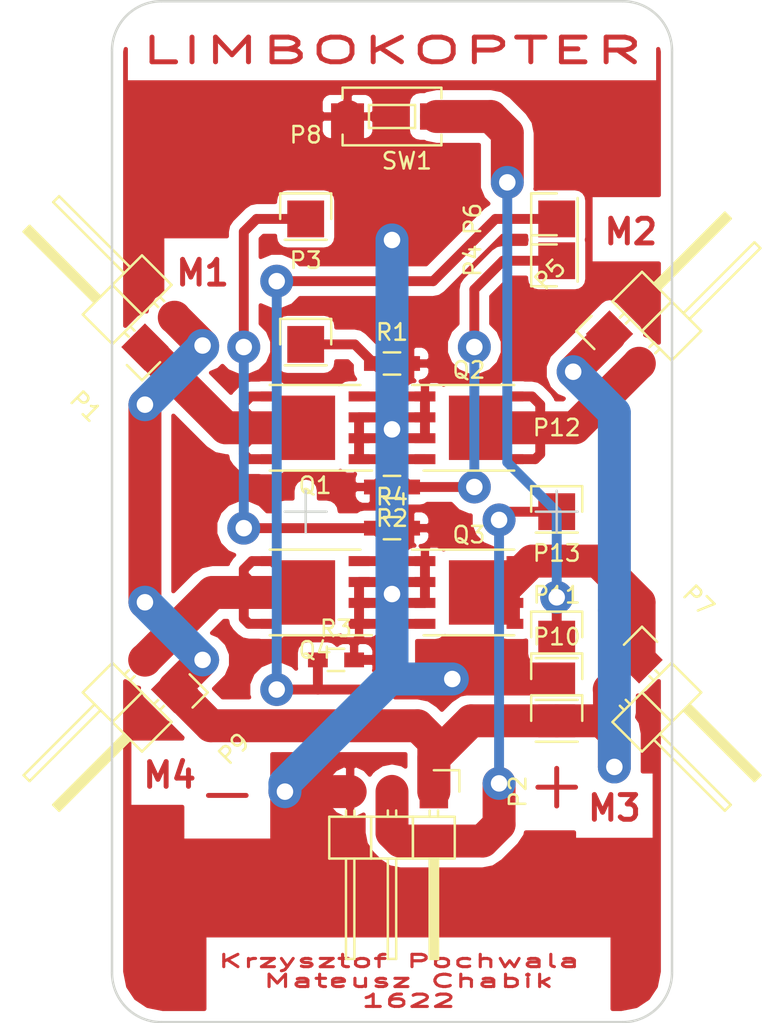
<source format=kicad_pcb>
(kicad_pcb (version 4) (host pcbnew 4.0.2+e4-6225~38~ubuntu14.04.1-stable)

  (general
    (links 54)
    (no_connects 36)
    (area 97.924999 68.924999 132.075001 131.075001)
    (thickness 1.6)
    (drawings 20)
    (tracks 219)
    (zones 0)
    (modules 22)
    (nets 13)
  )

  (page A4)
  (title_block
    (title Limbokopter)
    (date 2016-06-03)
    (rev A)
    (company "Wroclaw University of Technology")
    (comment 1 "Motors' driver board")
  )

  (layers
    (0 F.Cu signal)
    (31 B.Cu signal)
    (32 B.Adhes user)
    (33 F.Adhes user)
    (34 B.Paste user)
    (35 F.Paste user)
    (36 B.SilkS user)
    (37 F.SilkS user)
    (38 B.Mask user)
    (39 F.Mask user)
    (40 Dwgs.User user)
    (41 Cmts.User user)
    (42 Eco1.User user)
    (43 Eco2.User user)
    (44 Edge.Cuts user)
    (45 Margin user)
    (46 B.CrtYd user)
    (47 F.CrtYd user)
    (48 B.Fab user)
    (49 F.Fab user)
  )

  (setup
    (last_trace_width 2)
    (user_trace_width 0.6)
    (user_trace_width 2)
    (trace_clearance 0.2)
    (zone_clearance 0.6)
    (zone_45_only no)
    (trace_min 0.2)
    (segment_width 0.2)
    (edge_width 0.15)
    (via_size 2)
    (via_drill 1)
    (via_min_size 0.4)
    (via_min_drill 0.3)
    (uvia_size 0.3)
    (uvia_drill 0.1)
    (uvias_allowed no)
    (uvia_min_size 0.2)
    (uvia_min_drill 0.1)
    (pcb_text_width 0.3)
    (pcb_text_size 1.5 1.5)
    (mod_edge_width 0.15)
    (mod_text_size 1 1)
    (mod_text_width 0.15)
    (pad_size 2.032 1.7272)
    (pad_drill 0)
    (pad_to_mask_clearance 0.2)
    (aux_axis_origin 0 0)
    (grid_origin 125 100)
    (visible_elements FFFFFF7F)
    (pcbplotparams
      (layerselection 0x00030_80000001)
      (usegerberextensions false)
      (excludeedgelayer true)
      (linewidth 0.100000)
      (plotframeref false)
      (viasonmask false)
      (mode 1)
      (useauxorigin false)
      (hpglpennumber 1)
      (hpglpenspeed 20)
      (hpglpendiameter 15)
      (hpglpenoverlay 2)
      (psnegative false)
      (psa4output false)
      (plotreference true)
      (plotvalue true)
      (plotinvisibletext false)
      (padsonsilk false)
      (subtractmaskfromsilk false)
      (outputformat 1)
      (mirror false)
      (drillshape 0)
      (scaleselection 1)
      (outputdirectory ""))
  )

  (net 0 "")
  (net 1 +12V)
  (net 2 "Net-(P12-Pad1)")
  (net 3 GND)
  (net 4 "Net-(P3-Pad1)")
  (net 5 "Net-(P4-Pad1)")
  (net 6 "Net-(P5-Pad2)")
  (net 7 "Net-(P6-Pad1)")
  (net 8 "Net-(P8-Pad1)")
  (net 9 "Net-(P9-Pad2)")
  (net 10 "Net-(P13-Pad1)")
  (net 11 "Net-(P7-Pad1)")
  (net 12 "Net-(P1-Pad1)")

  (net_class Default "This is the default net class."
    (clearance 0.2)
    (trace_width 0.6)
    (via_dia 2)
    (via_drill 1)
    (uvia_dia 0.3)
    (uvia_drill 0.1)
    (add_net +12V)
    (add_net GND)
    (add_net "Net-(P1-Pad1)")
    (add_net "Net-(P1-Pad2)")
    (add_net "Net-(P12-Pad1)")
    (add_net "Net-(P13-Pad1)")
    (add_net "Net-(P3-Pad1)")
    (add_net "Net-(P4-Pad1)")
    (add_net "Net-(P5-Pad2)")
    (add_net "Net-(P6-Pad1)")
    (add_net "Net-(P7-Pad1)")
    (add_net "Net-(P8-Pad1)")
    (add_net "Net-(P9-Pad2)")
  )

  (module Pin_Headers:Pin_Header_Angled_1x02 (layer F.Cu) (tedit 57513762) (tstamp 57512ACA)
    (at 249.5 36 135)
    (descr "Through hole pin header")
    (tags "pin header")
    (path /57509CFB)
    (fp_text reference P1 (at 0 -5.1 135) (layer F.SilkS)
      (effects (font (size 1 1) (thickness 0.15)))
    )
    (fp_text value M1 (at 0 -3.1 135) (layer F.Fab)
      (effects (font (size 1 1) (thickness 0.15)))
    )
    (fp_line (start -1.5 -1.75) (end -1.5 4.3) (layer F.CrtYd) (width 0.05))
    (fp_line (start 10.65 -1.75) (end 10.65 4.3) (layer F.CrtYd) (width 0.05))
    (fp_line (start -1.5 -1.75) (end 10.65 -1.75) (layer F.CrtYd) (width 0.05))
    (fp_line (start -1.5 4.3) (end 10.65 4.3) (layer F.CrtYd) (width 0.05))
    (fp_line (start -1.3 -1.55) (end -1.3 0) (layer F.SilkS) (width 0.15))
    (fp_line (start 0 -1.55) (end -1.3 -1.55) (layer F.SilkS) (width 0.15))
    (fp_line (start 4.191 -0.127) (end 10.033 -0.127) (layer F.SilkS) (width 0.15))
    (fp_line (start 10.033 -0.127) (end 10.033 0.127) (layer F.SilkS) (width 0.15))
    (fp_line (start 10.033 0.127) (end 4.191 0.127) (layer F.SilkS) (width 0.15))
    (fp_line (start 4.191 0.127) (end 4.191 0) (layer F.SilkS) (width 0.15))
    (fp_line (start 4.191 0) (end 10.033 0) (layer F.SilkS) (width 0.15))
    (fp_line (start 1.524 -0.254) (end 1.143 -0.254) (layer F.SilkS) (width 0.15))
    (fp_line (start 1.524 0.254) (end 1.143 0.254) (layer F.SilkS) (width 0.15))
    (fp_line (start 1.524 2.286) (end 1.143 2.286) (layer F.SilkS) (width 0.15))
    (fp_line (start 1.524 2.794) (end 1.143 2.794) (layer F.SilkS) (width 0.15))
    (fp_line (start 1.524 -1.27) (end 4.064 -1.27) (layer F.SilkS) (width 0.15))
    (fp_line (start 1.524 1.27) (end 4.064 1.27) (layer F.SilkS) (width 0.15))
    (fp_line (start 1.524 1.27) (end 1.524 3.81) (layer F.SilkS) (width 0.15))
    (fp_line (start 1.524 3.81) (end 4.064 3.81) (layer F.SilkS) (width 0.15))
    (fp_line (start 4.064 2.286) (end 10.16 2.286) (layer F.SilkS) (width 0.15))
    (fp_line (start 10.16 2.286) (end 10.16 2.794) (layer F.SilkS) (width 0.15))
    (fp_line (start 10.16 2.794) (end 4.064 2.794) (layer F.SilkS) (width 0.15))
    (fp_line (start 4.064 3.81) (end 4.064 1.27) (layer F.SilkS) (width 0.15))
    (fp_line (start 4.064 1.27) (end 4.064 -1.27) (layer F.SilkS) (width 0.15))
    (fp_line (start 10.16 0.254) (end 4.064 0.254) (layer F.SilkS) (width 0.15))
    (fp_line (start 10.16 -0.254) (end 10.16 0.254) (layer F.SilkS) (width 0.15))
    (fp_line (start 4.064 -0.254) (end 10.16 -0.254) (layer F.SilkS) (width 0.15))
    (fp_line (start 1.524 1.27) (end 4.064 1.27) (layer F.SilkS) (width 0.15))
    (fp_line (start 1.524 -1.27) (end 1.524 1.27) (layer F.SilkS) (width 0.15))
    (pad 1 smd rect (at 0 0 135) (size 2.032 2.032) (layers F.Cu F.Paste F.Mask)
      (net 12 "Net-(P1-Pad1)"))
    (pad 2 smd oval (at 0 2.54 135) (size 2.032 2.032) (layers F.Cu F.Paste F.Mask)
      (net 1 +12V))
    (model Pin_Headers.3dshapes/Pin_Header_Angled_1x02.wrl
      (at (xyz 0 -0.05 0))
      (scale (xyz 1 1 1))
      (rotate (xyz 0 0 90))
    )
  )

  (module Pin_Headers:Pin_Header_Angled_1x03 (layer F.Cu) (tedit 5751378D) (tstamp 57512AF7)
    (at 267.04 63 270)
    (descr "Through hole pin header")
    (tags "pin header")
    (path /5751298A)
    (fp_text reference P2 (at 0 -5.1 270) (layer F.SilkS)
      (effects (font (size 1 1) (thickness 0.15)))
    )
    (fp_text value CONN_01X03 (at 0 -3.1 270) (layer F.Fab)
      (effects (font (size 1 1) (thickness 0.15)))
    )
    (fp_line (start -1.5 -1.75) (end -1.5 6.85) (layer F.CrtYd) (width 0.05))
    (fp_line (start 10.65 -1.75) (end 10.65 6.85) (layer F.CrtYd) (width 0.05))
    (fp_line (start -1.5 -1.75) (end 10.65 -1.75) (layer F.CrtYd) (width 0.05))
    (fp_line (start -1.5 6.85) (end 10.65 6.85) (layer F.CrtYd) (width 0.05))
    (fp_line (start -1.3 -1.55) (end -1.3 0) (layer F.SilkS) (width 0.15))
    (fp_line (start 0 -1.55) (end -1.3 -1.55) (layer F.SilkS) (width 0.15))
    (fp_line (start 4.191 -0.127) (end 10.033 -0.127) (layer F.SilkS) (width 0.15))
    (fp_line (start 10.033 -0.127) (end 10.033 0.127) (layer F.SilkS) (width 0.15))
    (fp_line (start 10.033 0.127) (end 4.191 0.127) (layer F.SilkS) (width 0.15))
    (fp_line (start 4.191 0.127) (end 4.191 0) (layer F.SilkS) (width 0.15))
    (fp_line (start 4.191 0) (end 10.033 0) (layer F.SilkS) (width 0.15))
    (fp_line (start 1.524 -0.254) (end 1.143 -0.254) (layer F.SilkS) (width 0.15))
    (fp_line (start 1.524 0.254) (end 1.143 0.254) (layer F.SilkS) (width 0.15))
    (fp_line (start 1.524 2.286) (end 1.143 2.286) (layer F.SilkS) (width 0.15))
    (fp_line (start 1.524 2.794) (end 1.143 2.794) (layer F.SilkS) (width 0.15))
    (fp_line (start 1.524 4.826) (end 1.143 4.826) (layer F.SilkS) (width 0.15))
    (fp_line (start 1.524 5.334) (end 1.143 5.334) (layer F.SilkS) (width 0.15))
    (fp_line (start 4.064 1.27) (end 4.064 -1.27) (layer F.SilkS) (width 0.15))
    (fp_line (start 10.16 0.254) (end 4.064 0.254) (layer F.SilkS) (width 0.15))
    (fp_line (start 10.16 -0.254) (end 10.16 0.254) (layer F.SilkS) (width 0.15))
    (fp_line (start 4.064 -0.254) (end 10.16 -0.254) (layer F.SilkS) (width 0.15))
    (fp_line (start 1.524 1.27) (end 4.064 1.27) (layer F.SilkS) (width 0.15))
    (fp_line (start 1.524 -1.27) (end 1.524 1.27) (layer F.SilkS) (width 0.15))
    (fp_line (start 1.524 -1.27) (end 4.064 -1.27) (layer F.SilkS) (width 0.15))
    (fp_line (start 1.524 3.81) (end 4.064 3.81) (layer F.SilkS) (width 0.15))
    (fp_line (start 1.524 3.81) (end 1.524 6.35) (layer F.SilkS) (width 0.15))
    (fp_line (start 4.064 4.826) (end 10.16 4.826) (layer F.SilkS) (width 0.15))
    (fp_line (start 10.16 4.826) (end 10.16 5.334) (layer F.SilkS) (width 0.15))
    (fp_line (start 10.16 5.334) (end 4.064 5.334) (layer F.SilkS) (width 0.15))
    (fp_line (start 4.064 6.35) (end 4.064 3.81) (layer F.SilkS) (width 0.15))
    (fp_line (start 4.064 3.81) (end 4.064 1.27) (layer F.SilkS) (width 0.15))
    (fp_line (start 10.16 2.794) (end 4.064 2.794) (layer F.SilkS) (width 0.15))
    (fp_line (start 10.16 2.286) (end 10.16 2.794) (layer F.SilkS) (width 0.15))
    (fp_line (start 4.064 2.286) (end 10.16 2.286) (layer F.SilkS) (width 0.15))
    (fp_line (start 1.524 3.81) (end 4.064 3.81) (layer F.SilkS) (width 0.15))
    (fp_line (start 1.524 1.27) (end 1.524 3.81) (layer F.SilkS) (width 0.15))
    (fp_line (start 1.524 1.27) (end 4.064 1.27) (layer F.SilkS) (width 0.15))
    (fp_line (start 1.524 6.35) (end 4.064 6.35) (layer F.SilkS) (width 0.15))
    (pad 1 smd rect (at 0 0 270) (size 2.032 1.7272) (layers F.Cu F.Paste F.Mask)
      (net 1 +12V))
    (pad 2 smd oval (at 0 2.54 270) (size 2.032 1.7272) (layers F.Cu F.Paste F.Mask)
      (net 2 "Net-(P12-Pad1)"))
    (pad 3 smd oval (at 0 5.08 270) (size 2.032 1.7272) (layers F.Cu F.Paste F.Mask)
      (net 3 GND))
    (model Pin_Headers.3dshapes/Pin_Header_Angled_1x03.wrl
      (at (xyz 0 -0.1 0))
      (scale (xyz 1 1 1))
      (rotate (xyz 0 0 90))
    )
  )

  (module Pin_Headers:Pin_Header_Straight_1x01 (layer F.Cu) (tedit 575136BE) (tstamp 57512B04)
    (at 259.26 35.84)
    (descr "Through hole pin header")
    (tags "pin header")
    (path /57512A18)
    (fp_text reference P3 (at 0 -5.1) (layer F.SilkS)
      (effects (font (size 1 1) (thickness 0.15)))
    )
    (fp_text value PWM1 (at 0 -3.1) (layer F.Fab)
      (effects (font (size 1 1) (thickness 0.15)))
    )
    (fp_line (start 1.55 -1.55) (end 1.55 0) (layer F.SilkS) (width 0.15))
    (fp_line (start -1.75 -1.75) (end -1.75 1.75) (layer F.CrtYd) (width 0.05))
    (fp_line (start 1.75 -1.75) (end 1.75 1.75) (layer F.CrtYd) (width 0.05))
    (fp_line (start -1.75 -1.75) (end 1.75 -1.75) (layer F.CrtYd) (width 0.05))
    (fp_line (start -1.75 1.75) (end 1.75 1.75) (layer F.CrtYd) (width 0.05))
    (fp_line (start -1.55 0) (end -1.55 -1.55) (layer F.SilkS) (width 0.15))
    (fp_line (start -1.55 -1.55) (end 1.55 -1.55) (layer F.SilkS) (width 0.15))
    (fp_line (start -1.27 1.27) (end 1.27 1.27) (layer F.SilkS) (width 0.15))
    (pad 1 smd rect (at 0 0) (size 2.2352 2.2352) (layers F.Cu F.Paste F.Mask)
      (net 4 "Net-(P3-Pad1)"))
    (model Pin_Headers.3dshapes/Pin_Header_Straight_1x01.wrl
      (at (xyz 0 0 0))
      (scale (xyz 1 1 1))
      (rotate (xyz 0 0 90))
    )
  )

  (module Pin_Headers:Pin_Header_Straight_1x01 (layer F.Cu) (tedit 5751369E) (tstamp 57512B11)
    (at 274.5 30.76 90)
    (descr "Through hole pin header")
    (tags "pin header")
    (path /57512F41)
    (fp_text reference P4 (at 0 -5.1 90) (layer F.SilkS)
      (effects (font (size 1 1) (thickness 0.15)))
    )
    (fp_text value PWM2 (at 0 -5.08 180) (layer F.Fab)
      (effects (font (size 1 1) (thickness 0.15)))
    )
    (fp_line (start 1.55 -1.55) (end 1.55 0) (layer F.SilkS) (width 0.15))
    (fp_line (start -1.75 -1.75) (end -1.75 1.75) (layer F.CrtYd) (width 0.05))
    (fp_line (start 1.75 -1.75) (end 1.75 1.75) (layer F.CrtYd) (width 0.05))
    (fp_line (start -1.75 -1.75) (end 1.75 -1.75) (layer F.CrtYd) (width 0.05))
    (fp_line (start -1.75 1.75) (end 1.75 1.75) (layer F.CrtYd) (width 0.05))
    (fp_line (start -1.55 0) (end -1.55 -1.55) (layer F.SilkS) (width 0.15))
    (fp_line (start -1.55 -1.55) (end 1.55 -1.55) (layer F.SilkS) (width 0.15))
    (fp_line (start -1.27 1.27) (end 1.27 1.27) (layer F.SilkS) (width 0.15))
    (pad 1 smd rect (at 0 0 90) (size 2.2352 2.2352) (layers F.Cu F.Paste F.Mask)
      (net 5 "Net-(P4-Pad1)"))
    (model Pin_Headers.3dshapes/Pin_Header_Straight_1x01.wrl
      (at (xyz 0 0 0))
      (scale (xyz 1 1 1))
      (rotate (xyz 0 0 90))
    )
  )

  (module Pin_Headers:Pin_Header_Angled_1x02 (layer F.Cu) (tedit 57513753) (tstamp 57512B34)
    (at 277.703949 35.203949 45)
    (descr "Through hole pin header")
    (tags "pin header")
    (path /57512F1A)
    (fp_text reference P5 (at 0 -5.1 45) (layer F.SilkS)
      (effects (font (size 1 1) (thickness 0.15)))
    )
    (fp_text value M2 (at 0 -3.1 45) (layer F.Fab)
      (effects (font (size 1 1) (thickness 0.15)))
    )
    (fp_line (start -1.5 -1.75) (end -1.5 4.3) (layer F.CrtYd) (width 0.05))
    (fp_line (start 10.65 -1.75) (end 10.65 4.3) (layer F.CrtYd) (width 0.05))
    (fp_line (start -1.5 -1.75) (end 10.65 -1.75) (layer F.CrtYd) (width 0.05))
    (fp_line (start -1.5 4.3) (end 10.65 4.3) (layer F.CrtYd) (width 0.05))
    (fp_line (start -1.3 -1.55) (end -1.3 0) (layer F.SilkS) (width 0.15))
    (fp_line (start 0 -1.55) (end -1.3 -1.55) (layer F.SilkS) (width 0.15))
    (fp_line (start 4.191 -0.127) (end 10.033 -0.127) (layer F.SilkS) (width 0.15))
    (fp_line (start 10.033 -0.127) (end 10.033 0.127) (layer F.SilkS) (width 0.15))
    (fp_line (start 10.033 0.127) (end 4.191 0.127) (layer F.SilkS) (width 0.15))
    (fp_line (start 4.191 0.127) (end 4.191 0) (layer F.SilkS) (width 0.15))
    (fp_line (start 4.191 0) (end 10.033 0) (layer F.SilkS) (width 0.15))
    (fp_line (start 1.524 -0.254) (end 1.143 -0.254) (layer F.SilkS) (width 0.15))
    (fp_line (start 1.524 0.254) (end 1.143 0.254) (layer F.SilkS) (width 0.15))
    (fp_line (start 1.524 2.286) (end 1.143 2.286) (layer F.SilkS) (width 0.15))
    (fp_line (start 1.524 2.794) (end 1.143 2.794) (layer F.SilkS) (width 0.15))
    (fp_line (start 1.524 -1.27) (end 4.064 -1.27) (layer F.SilkS) (width 0.15))
    (fp_line (start 1.524 1.27) (end 4.064 1.27) (layer F.SilkS) (width 0.15))
    (fp_line (start 1.524 1.27) (end 1.524 3.81) (layer F.SilkS) (width 0.15))
    (fp_line (start 1.524 3.81) (end 4.064 3.81) (layer F.SilkS) (width 0.15))
    (fp_line (start 4.064 2.286) (end 10.16 2.286) (layer F.SilkS) (width 0.15))
    (fp_line (start 10.16 2.286) (end 10.16 2.794) (layer F.SilkS) (width 0.15))
    (fp_line (start 10.16 2.794) (end 4.064 2.794) (layer F.SilkS) (width 0.15))
    (fp_line (start 4.064 3.81) (end 4.064 1.27) (layer F.SilkS) (width 0.15))
    (fp_line (start 4.064 1.27) (end 4.064 -1.27) (layer F.SilkS) (width 0.15))
    (fp_line (start 10.16 0.254) (end 4.064 0.254) (layer F.SilkS) (width 0.15))
    (fp_line (start 10.16 -0.254) (end 10.16 0.254) (layer F.SilkS) (width 0.15))
    (fp_line (start 4.064 -0.254) (end 10.16 -0.254) (layer F.SilkS) (width 0.15))
    (fp_line (start 1.524 1.27) (end 4.064 1.27) (layer F.SilkS) (width 0.15))
    (fp_line (start 1.524 -1.27) (end 1.524 1.27) (layer F.SilkS) (width 0.15))
    (pad 1 smd rect (at 0 0 45) (size 2.032 2.032) (layers F.Cu F.Paste F.Mask)
      (net 1 +12V))
    (pad 2 smd circle (at 0 2.54 45) (size 2.032 2.032) (layers F.Cu F.Paste F.Mask)
      (net 6 "Net-(P5-Pad2)"))
    (model Pin_Headers.3dshapes/Pin_Header_Angled_1x02.wrl
      (at (xyz 0 -0.05 0))
      (scale (xyz 1 1 1))
      (rotate (xyz 0 0 90))
    )
  )

  (module Pin_Headers:Pin_Header_Straight_1x01 (layer F.Cu) (tedit 575136A4) (tstamp 57512B41)
    (at 274.5 28.22 90)
    (descr "Through hole pin header")
    (tags "pin header")
    (path /57513578)
    (fp_text reference P6 (at 0 -5.1 90) (layer F.SilkS)
      (effects (font (size 1 1) (thickness 0.15)))
    )
    (fp_text value PWM3 (at 0 -5.08 180) (layer F.Fab)
      (effects (font (size 1 1) (thickness 0.15)))
    )
    (fp_line (start 1.55 -1.55) (end 1.55 0) (layer F.SilkS) (width 0.15))
    (fp_line (start -1.75 -1.75) (end -1.75 1.75) (layer F.CrtYd) (width 0.05))
    (fp_line (start 1.75 -1.75) (end 1.75 1.75) (layer F.CrtYd) (width 0.05))
    (fp_line (start -1.75 -1.75) (end 1.75 -1.75) (layer F.CrtYd) (width 0.05))
    (fp_line (start -1.75 1.75) (end 1.75 1.75) (layer F.CrtYd) (width 0.05))
    (fp_line (start -1.55 0) (end -1.55 -1.55) (layer F.SilkS) (width 0.15))
    (fp_line (start -1.55 -1.55) (end 1.55 -1.55) (layer F.SilkS) (width 0.15))
    (fp_line (start -1.27 1.27) (end 1.27 1.27) (layer F.SilkS) (width 0.15))
    (pad 1 smd rect (at 0 0 90) (size 2.2352 2.2352) (layers F.Cu F.Paste F.Mask)
      (net 7 "Net-(P6-Pad1)"))
    (model Pin_Headers.3dshapes/Pin_Header_Straight_1x01.wrl
      (at (xyz 0 0 0))
      (scale (xyz 1 1 1))
      (rotate (xyz 0 0 90))
    )
  )

  (module Pin_Headers:Pin_Header_Angled_1x02 (layer F.Cu) (tedit 575136E5) (tstamp 57512B64)
    (at 279.5 55 315)
    (descr "Through hole pin header")
    (tags "pin header")
    (path /57513551)
    (fp_text reference P7 (at 0 -5.1 315) (layer F.SilkS)
      (effects (font (size 1 1) (thickness 0.15)))
    )
    (fp_text value M3 (at 0 -3.1 315) (layer F.Fab)
      (effects (font (size 1 1) (thickness 0.15)))
    )
    (fp_line (start -1.5 -1.75) (end -1.5 4.3) (layer F.CrtYd) (width 0.05))
    (fp_line (start 10.65 -1.75) (end 10.65 4.3) (layer F.CrtYd) (width 0.05))
    (fp_line (start -1.5 -1.75) (end 10.65 -1.75) (layer F.CrtYd) (width 0.05))
    (fp_line (start -1.5 4.3) (end 10.65 4.3) (layer F.CrtYd) (width 0.05))
    (fp_line (start -1.3 -1.55) (end -1.3 0) (layer F.SilkS) (width 0.15))
    (fp_line (start 0 -1.55) (end -1.3 -1.55) (layer F.SilkS) (width 0.15))
    (fp_line (start 4.191 -0.127) (end 10.033 -0.127) (layer F.SilkS) (width 0.15))
    (fp_line (start 10.033 -0.127) (end 10.033 0.127) (layer F.SilkS) (width 0.15))
    (fp_line (start 10.033 0.127) (end 4.191 0.127) (layer F.SilkS) (width 0.15))
    (fp_line (start 4.191 0.127) (end 4.191 0) (layer F.SilkS) (width 0.15))
    (fp_line (start 4.191 0) (end 10.033 0) (layer F.SilkS) (width 0.15))
    (fp_line (start 1.524 -0.254) (end 1.143 -0.254) (layer F.SilkS) (width 0.15))
    (fp_line (start 1.524 0.254) (end 1.143 0.254) (layer F.SilkS) (width 0.15))
    (fp_line (start 1.524 2.286) (end 1.143 2.286) (layer F.SilkS) (width 0.15))
    (fp_line (start 1.524 2.794) (end 1.143 2.794) (layer F.SilkS) (width 0.15))
    (fp_line (start 1.524 -1.27) (end 4.064 -1.27) (layer F.SilkS) (width 0.15))
    (fp_line (start 1.524 1.27) (end 4.064 1.27) (layer F.SilkS) (width 0.15))
    (fp_line (start 1.524 1.27) (end 1.524 3.81) (layer F.SilkS) (width 0.15))
    (fp_line (start 1.524 3.81) (end 4.064 3.81) (layer F.SilkS) (width 0.15))
    (fp_line (start 4.064 2.286) (end 10.16 2.286) (layer F.SilkS) (width 0.15))
    (fp_line (start 10.16 2.286) (end 10.16 2.794) (layer F.SilkS) (width 0.15))
    (fp_line (start 10.16 2.794) (end 4.064 2.794) (layer F.SilkS) (width 0.15))
    (fp_line (start 4.064 3.81) (end 4.064 1.27) (layer F.SilkS) (width 0.15))
    (fp_line (start 4.064 1.27) (end 4.064 -1.27) (layer F.SilkS) (width 0.15))
    (fp_line (start 10.16 0.254) (end 4.064 0.254) (layer F.SilkS) (width 0.15))
    (fp_line (start 10.16 -0.254) (end 10.16 0.254) (layer F.SilkS) (width 0.15))
    (fp_line (start 4.064 -0.254) (end 10.16 -0.254) (layer F.SilkS) (width 0.15))
    (fp_line (start 1.524 1.27) (end 4.064 1.27) (layer F.SilkS) (width 0.15))
    (fp_line (start 1.524 -1.27) (end 1.524 1.27) (layer F.SilkS) (width 0.15))
    (pad 1 smd rect (at 0 0 315) (size 2.032 2.032) (layers F.Cu F.Paste F.Mask)
      (net 11 "Net-(P7-Pad1)"))
    (pad 2 smd oval (at 0 2.54 315) (size 2.032 2.032) (layers F.Cu F.Paste F.Mask)
      (net 1 +12V))
    (model Pin_Headers.3dshapes/Pin_Header_Angled_1x02.wrl
      (at (xyz 0 -0.05 0))
      (scale (xyz 1 1 1))
      (rotate (xyz 0 0 90))
    )
  )

  (module Pin_Headers:Pin_Header_Straight_1x01 (layer F.Cu) (tedit 575136B8) (tstamp 57512B71)
    (at 259.26 28.22)
    (descr "Through hole pin header")
    (tags "pin header")
    (path /575135B3)
    (fp_text reference P8 (at 0 -5.1) (layer F.SilkS)
      (effects (font (size 1 1) (thickness 0.15)))
    )
    (fp_text value PWM4 (at 0 -3.1) (layer F.Fab)
      (effects (font (size 1 1) (thickness 0.15)))
    )
    (fp_line (start 1.55 -1.55) (end 1.55 0) (layer F.SilkS) (width 0.15))
    (fp_line (start -1.75 -1.75) (end -1.75 1.75) (layer F.CrtYd) (width 0.05))
    (fp_line (start 1.75 -1.75) (end 1.75 1.75) (layer F.CrtYd) (width 0.05))
    (fp_line (start -1.75 -1.75) (end 1.75 -1.75) (layer F.CrtYd) (width 0.05))
    (fp_line (start -1.75 1.75) (end 1.75 1.75) (layer F.CrtYd) (width 0.05))
    (fp_line (start -1.55 0) (end -1.55 -1.55) (layer F.SilkS) (width 0.15))
    (fp_line (start -1.55 -1.55) (end 1.55 -1.55) (layer F.SilkS) (width 0.15))
    (fp_line (start -1.27 1.27) (end 1.27 1.27) (layer F.SilkS) (width 0.15))
    (pad 1 smd rect (at 0 0) (size 2.2352 2.2352) (layers F.Cu F.Paste F.Mask)
      (net 8 "Net-(P8-Pad1)"))
    (model Pin_Headers.3dshapes/Pin_Header_Straight_1x01.wrl
      (at (xyz 0 0 0))
      (scale (xyz 1 1 1))
      (rotate (xyz 0 0 90))
    )
  )

  (module Pin_Headers:Pin_Header_Angled_1x02 (layer F.Cu) (tedit 5751376E) (tstamp 57512B94)
    (at 251.296051 56.796051 225)
    (descr "Through hole pin header")
    (tags "pin header")
    (path /5751358C)
    (fp_text reference P9 (at 0 -5.1 225) (layer F.SilkS)
      (effects (font (size 1 1) (thickness 0.15)))
    )
    (fp_text value M4 (at 0 -3.1 225) (layer F.Fab)
      (effects (font (size 1 1) (thickness 0.15)))
    )
    (fp_line (start -1.5 -1.75) (end -1.5 4.3) (layer F.CrtYd) (width 0.05))
    (fp_line (start 10.65 -1.75) (end 10.65 4.3) (layer F.CrtYd) (width 0.05))
    (fp_line (start -1.5 -1.75) (end 10.65 -1.75) (layer F.CrtYd) (width 0.05))
    (fp_line (start -1.5 4.3) (end 10.65 4.3) (layer F.CrtYd) (width 0.05))
    (fp_line (start -1.3 -1.55) (end -1.3 0) (layer F.SilkS) (width 0.15))
    (fp_line (start 0 -1.55) (end -1.3 -1.55) (layer F.SilkS) (width 0.15))
    (fp_line (start 4.191 -0.127) (end 10.033 -0.127) (layer F.SilkS) (width 0.15))
    (fp_line (start 10.033 -0.127) (end 10.033 0.127) (layer F.SilkS) (width 0.15))
    (fp_line (start 10.033 0.127) (end 4.191 0.127) (layer F.SilkS) (width 0.15))
    (fp_line (start 4.191 0.127) (end 4.191 0) (layer F.SilkS) (width 0.15))
    (fp_line (start 4.191 0) (end 10.033 0) (layer F.SilkS) (width 0.15))
    (fp_line (start 1.524 -0.254) (end 1.143 -0.254) (layer F.SilkS) (width 0.15))
    (fp_line (start 1.524 0.254) (end 1.143 0.254) (layer F.SilkS) (width 0.15))
    (fp_line (start 1.524 2.286) (end 1.143 2.286) (layer F.SilkS) (width 0.15))
    (fp_line (start 1.524 2.794) (end 1.143 2.794) (layer F.SilkS) (width 0.15))
    (fp_line (start 1.524 -1.27) (end 4.064 -1.27) (layer F.SilkS) (width 0.15))
    (fp_line (start 1.524 1.27) (end 4.064 1.27) (layer F.SilkS) (width 0.15))
    (fp_line (start 1.524 1.27) (end 1.524 3.81) (layer F.SilkS) (width 0.15))
    (fp_line (start 1.524 3.81) (end 4.064 3.81) (layer F.SilkS) (width 0.15))
    (fp_line (start 4.064 2.286) (end 10.16 2.286) (layer F.SilkS) (width 0.15))
    (fp_line (start 10.16 2.286) (end 10.16 2.794) (layer F.SilkS) (width 0.15))
    (fp_line (start 10.16 2.794) (end 4.064 2.794) (layer F.SilkS) (width 0.15))
    (fp_line (start 4.064 3.81) (end 4.064 1.27) (layer F.SilkS) (width 0.15))
    (fp_line (start 4.064 1.27) (end 4.064 -1.27) (layer F.SilkS) (width 0.15))
    (fp_line (start 10.16 0.254) (end 4.064 0.254) (layer F.SilkS) (width 0.15))
    (fp_line (start 10.16 -0.254) (end 10.16 0.254) (layer F.SilkS) (width 0.15))
    (fp_line (start 4.064 -0.254) (end 10.16 -0.254) (layer F.SilkS) (width 0.15))
    (fp_line (start 1.524 1.27) (end 4.064 1.27) (layer F.SilkS) (width 0.15))
    (fp_line (start 1.524 -1.27) (end 1.524 1.27) (layer F.SilkS) (width 0.15))
    (pad 1 smd rect (at 0 0 225) (size 2.032 2.032) (layers F.Cu F.Paste F.Mask)
      (net 1 +12V))
    (pad 2 smd oval (at 0 2.54 225) (size 2.032 2.032) (layers F.Cu F.Paste F.Mask)
      (net 9 "Net-(P9-Pad2)"))
    (model Pin_Headers.3dshapes/Pin_Header_Angled_1x02.wrl
      (at (xyz 0 -0.05 0))
      (scale (xyz 1 1 1))
      (rotate (xyz 0 0 90))
    )
  )

  (module Pin_Headers:Pin_Header_Straight_1x01 (layer F.Cu) (tedit 5751367F) (tstamp 57512BA1)
    (at 274.5 58.7)
    (descr "Through hole pin header")
    (tags "pin header")
    (path /575149F3)
    (fp_text reference P10 (at 0 -5.1) (layer F.SilkS)
      (effects (font (size 1 1) (thickness 0.15)))
    )
    (fp_text value RAW (at 0 -3.1) (layer F.Fab)
      (effects (font (size 1 1) (thickness 0.15)))
    )
    (fp_line (start 1.55 -1.55) (end 1.55 0) (layer F.SilkS) (width 0.15))
    (fp_line (start -1.75 -1.75) (end -1.75 1.75) (layer F.CrtYd) (width 0.05))
    (fp_line (start 1.75 -1.75) (end 1.75 1.75) (layer F.CrtYd) (width 0.05))
    (fp_line (start -1.75 -1.75) (end 1.75 -1.75) (layer F.CrtYd) (width 0.05))
    (fp_line (start -1.75 1.75) (end 1.75 1.75) (layer F.CrtYd) (width 0.05))
    (fp_line (start -1.55 0) (end -1.55 -1.55) (layer F.SilkS) (width 0.15))
    (fp_line (start -1.55 -1.55) (end 1.55 -1.55) (layer F.SilkS) (width 0.15))
    (fp_line (start -1.27 1.27) (end 1.27 1.27) (layer F.SilkS) (width 0.15))
    (pad 1 smd rect (at 0 0) (size 2.2352 2) (layers F.Cu F.Paste F.Mask)
      (net 1 +12V))
    (model Pin_Headers.3dshapes/Pin_Header_Straight_1x01.wrl
      (at (xyz 0 0 0))
      (scale (xyz 1 1 1))
      (rotate (xyz 0 0 90))
    )
  )

  (module Pin_Headers:Pin_Header_Straight_1x01 (layer F.Cu) (tedit 57513688) (tstamp 57512BAE)
    (at 274.5 56.16)
    (descr "Through hole pin header")
    (tags "pin header")
    (path /5751490F)
    (fp_text reference P11 (at 0 -5.1) (layer F.SilkS)
      (effects (font (size 1 1) (thickness 0.15)))
    )
    (fp_text value GND (at 0 -3.1) (layer F.Fab)
      (effects (font (size 1 1) (thickness 0.15)))
    )
    (fp_line (start 1.55 -1.55) (end 1.55 0) (layer F.SilkS) (width 0.15))
    (fp_line (start -1.75 -1.75) (end -1.75 1.75) (layer F.CrtYd) (width 0.05))
    (fp_line (start 1.75 -1.75) (end 1.75 1.75) (layer F.CrtYd) (width 0.05))
    (fp_line (start -1.75 -1.75) (end 1.75 -1.75) (layer F.CrtYd) (width 0.05))
    (fp_line (start -1.75 1.75) (end 1.75 1.75) (layer F.CrtYd) (width 0.05))
    (fp_line (start -1.55 0) (end -1.55 -1.55) (layer F.SilkS) (width 0.15))
    (fp_line (start -1.55 -1.55) (end 1.55 -1.55) (layer F.SilkS) (width 0.15))
    (fp_line (start -1.27 1.27) (end 1.27 1.27) (layer F.SilkS) (width 0.15))
    (pad 1 smd rect (at 0 0) (size 2.2352 2) (layers F.Cu F.Paste F.Mask)
      (net 3 GND))
    (model Pin_Headers.3dshapes/Pin_Header_Straight_1x01.wrl
      (at (xyz 0 0 0))
      (scale (xyz 1 1 1))
      (rotate (xyz 0 0 90))
    )
  )

  (module Pin_Headers:Pin_Header_Straight_1x01 (layer F.Cu) (tedit 57513698) (tstamp 57512BBB)
    (at 274.5 46)
    (descr "Through hole pin header")
    (tags "pin header")
    (path /57513EEC)
    (fp_text reference P12 (at 0 -5.1) (layer F.SilkS)
      (effects (font (size 1 1) (thickness 0.15)))
    )
    (fp_text value A2 (at 0 -3.1) (layer F.Fab)
      (effects (font (size 1 1) (thickness 0.15)))
    )
    (fp_line (start 1.55 -1.55) (end 1.55 0) (layer F.SilkS) (width 0.15))
    (fp_line (start -1.75 -1.75) (end -1.75 1.75) (layer F.CrtYd) (width 0.05))
    (fp_line (start 1.75 -1.75) (end 1.75 1.75) (layer F.CrtYd) (width 0.05))
    (fp_line (start -1.75 -1.75) (end 1.75 -1.75) (layer F.CrtYd) (width 0.05))
    (fp_line (start -1.75 1.75) (end 1.75 1.75) (layer F.CrtYd) (width 0.05))
    (fp_line (start -1.55 0) (end -1.55 -1.55) (layer F.SilkS) (width 0.15))
    (fp_line (start -1.55 -1.55) (end 1.55 -1.55) (layer F.SilkS) (width 0.15))
    (fp_line (start -1.27 1.27) (end 1.27 1.27) (layer F.SilkS) (width 0.15))
    (pad 1 smd rect (at 0 0) (size 2.2352 2.2352) (layers F.Cu F.Paste F.Mask)
      (net 2 "Net-(P12-Pad1)"))
    (model Pin_Headers.3dshapes/Pin_Header_Straight_1x01.wrl
      (at (xyz 0 0 0))
      (scale (xyz 1 1 1))
      (rotate (xyz 0 0 90))
    )
  )

  (module SMD_Packages:SO-8_PowerPAK_Vishay_Single (layer F.Cu) (tedit 54AF9856) (tstamp 57512BCE)
    (at 259.83 40.905 180)
    (descr "PowerPAK SO-8 (see Vishay AN821)")
    (tags "PowerPAK SO-8")
    (path /575124DA)
    (attr smd)
    (fp_text reference Q1 (at 0 -3.5 180) (layer F.SilkS)
      (effects (font (size 1 1) (thickness 0.15)))
    )
    (fp_text value 79N03 (at 0 3.5 180) (layer F.Fab)
      (effects (font (size 1 1) (thickness 0.15)))
    )
    (fp_line (start -3.55 -2.75) (end -3.55 2.75) (layer F.CrtYd) (width 0.05))
    (fp_line (start 3.55 -2.75) (end 3.55 2.75) (layer F.CrtYd) (width 0.05))
    (fp_line (start -3.55 -2.75) (end 3.55 -2.75) (layer F.CrtYd) (width 0.05))
    (fp_line (start -3.55 2.75) (end 3.55 2.75) (layer F.CrtYd) (width 0.05))
    (fp_line (start -3.45 -2.6) (end 2.75 -2.6) (layer F.SilkS) (width 0.15))
    (fp_line (start -2.75 2.6) (end 2.75 2.6) (layer F.SilkS) (width 0.15))
    (pad 1 smd rect (at -2.67 -1.905 180) (size 1.27 0.61) (layers F.Cu F.Paste F.Mask)
      (net 3 GND))
    (pad 2 smd rect (at -2.67 -0.635 180) (size 1.27 0.61) (layers F.Cu F.Paste F.Mask)
      (net 3 GND))
    (pad 3 smd rect (at -2.67 0.635 180) (size 1.27 0.61) (layers F.Cu F.Paste F.Mask)
      (net 3 GND))
    (pad 4 smd rect (at -2.67 1.905 180) (size 1.27 0.61) (layers F.Cu F.Paste F.Mask)
      (net 4 "Net-(P3-Pad1)"))
    (pad 5 smd rect (at 2.795 1.905 180) (size 1.02 0.61) (layers F.Cu F.Paste F.Mask)
      (net 12 "Net-(P1-Pad1)"))
    (pad 5 smd rect (at 2.795 0.635 180) (size 1.02 0.61) (layers F.Cu F.Paste F.Mask)
      (net 12 "Net-(P1-Pad1)"))
    (pad 5 smd rect (at 2.795 -0.635 180) (size 1.02 0.61) (layers F.Cu F.Paste F.Mask)
      (net 12 "Net-(P1-Pad1)"))
    (pad 5 smd rect (at 2.795 -1.905 180) (size 1.02 0.61) (layers F.Cu F.Paste F.Mask)
      (net 12 "Net-(P1-Pad1)"))
    (pad 5 smd rect (at 0.69 0 180) (size 3.81 3.91) (layers F.Cu F.Paste F.Mask)
      (net 12 "Net-(P1-Pad1)"))
  )

  (module SMD_Packages:SO-8_PowerPAK_Vishay_Single (layer F.Cu) (tedit 54AF9856) (tstamp 57512BE1)
    (at 269.17 40.905)
    (descr "PowerPAK SO-8 (see Vishay AN821)")
    (tags "PowerPAK SO-8")
    (path /57512F2B)
    (attr smd)
    (fp_text reference Q2 (at 0 -3.5) (layer F.SilkS)
      (effects (font (size 1 1) (thickness 0.15)))
    )
    (fp_text value 79N03 (at 0 3.5) (layer F.Fab)
      (effects (font (size 1 1) (thickness 0.15)))
    )
    (fp_line (start -3.55 -2.75) (end -3.55 2.75) (layer F.CrtYd) (width 0.05))
    (fp_line (start 3.55 -2.75) (end 3.55 2.75) (layer F.CrtYd) (width 0.05))
    (fp_line (start -3.55 -2.75) (end 3.55 -2.75) (layer F.CrtYd) (width 0.05))
    (fp_line (start -3.55 2.75) (end 3.55 2.75) (layer F.CrtYd) (width 0.05))
    (fp_line (start -3.45 -2.6) (end 2.75 -2.6) (layer F.SilkS) (width 0.15))
    (fp_line (start -2.75 2.6) (end 2.75 2.6) (layer F.SilkS) (width 0.15))
    (pad 1 smd rect (at -2.67 -1.905) (size 1.27 0.61) (layers F.Cu F.Paste F.Mask)
      (net 3 GND))
    (pad 2 smd rect (at -2.67 -0.635) (size 1.27 0.61) (layers F.Cu F.Paste F.Mask)
      (net 3 GND))
    (pad 3 smd rect (at -2.67 0.635) (size 1.27 0.61) (layers F.Cu F.Paste F.Mask)
      (net 3 GND))
    (pad 4 smd rect (at -2.67 1.905) (size 1.27 0.61) (layers F.Cu F.Paste F.Mask)
      (net 5 "Net-(P4-Pad1)"))
    (pad 5 smd rect (at 2.795 1.905) (size 1.02 0.61) (layers F.Cu F.Paste F.Mask)
      (net 6 "Net-(P5-Pad2)"))
    (pad 5 smd rect (at 2.795 0.635) (size 1.02 0.61) (layers F.Cu F.Paste F.Mask)
      (net 6 "Net-(P5-Pad2)"))
    (pad 5 smd rect (at 2.795 -0.635) (size 1.02 0.61) (layers F.Cu F.Paste F.Mask)
      (net 6 "Net-(P5-Pad2)"))
    (pad 5 smd rect (at 2.795 -1.905) (size 1.02 0.61) (layers F.Cu F.Paste F.Mask)
      (net 6 "Net-(P5-Pad2)"))
    (pad 5 smd rect (at 0.69 0) (size 3.81 3.91) (layers F.Cu F.Paste F.Mask)
      (net 6 "Net-(P5-Pad2)"))
  )

  (module SMD_Packages:SO-8_PowerPAK_Vishay_Single (layer F.Cu) (tedit 54AF9856) (tstamp 57512BF4)
    (at 269.17 50.905)
    (descr "PowerPAK SO-8 (see Vishay AN821)")
    (tags "PowerPAK SO-8")
    (path /57513562)
    (attr smd)
    (fp_text reference Q3 (at 0 -3.5) (layer F.SilkS)
      (effects (font (size 1 1) (thickness 0.15)))
    )
    (fp_text value 79N03 (at 0 3.5) (layer F.Fab)
      (effects (font (size 1 1) (thickness 0.15)))
    )
    (fp_line (start -3.55 -2.75) (end -3.55 2.75) (layer F.CrtYd) (width 0.05))
    (fp_line (start 3.55 -2.75) (end 3.55 2.75) (layer F.CrtYd) (width 0.05))
    (fp_line (start -3.55 -2.75) (end 3.55 -2.75) (layer F.CrtYd) (width 0.05))
    (fp_line (start -3.55 2.75) (end 3.55 2.75) (layer F.CrtYd) (width 0.05))
    (fp_line (start -3.45 -2.6) (end 2.75 -2.6) (layer F.SilkS) (width 0.15))
    (fp_line (start -2.75 2.6) (end 2.75 2.6) (layer F.SilkS) (width 0.15))
    (pad 1 smd rect (at -2.67 -1.905) (size 1.27 0.61) (layers F.Cu F.Paste F.Mask)
      (net 3 GND))
    (pad 2 smd rect (at -2.67 -0.635) (size 1.27 0.61) (layers F.Cu F.Paste F.Mask)
      (net 3 GND))
    (pad 3 smd rect (at -2.67 0.635) (size 1.27 0.61) (layers F.Cu F.Paste F.Mask)
      (net 3 GND))
    (pad 4 smd rect (at -2.67 1.905) (size 1.27 0.61) (layers F.Cu F.Paste F.Mask)
      (net 7 "Net-(P6-Pad1)"))
    (pad 5 smd rect (at 2.795 1.905) (size 1.02 0.61) (layers F.Cu F.Paste F.Mask)
      (net 11 "Net-(P7-Pad1)"))
    (pad 5 smd rect (at 2.795 0.635) (size 1.02 0.61) (layers F.Cu F.Paste F.Mask)
      (net 11 "Net-(P7-Pad1)"))
    (pad 5 smd rect (at 2.795 -0.635) (size 1.02 0.61) (layers F.Cu F.Paste F.Mask)
      (net 11 "Net-(P7-Pad1)"))
    (pad 5 smd rect (at 2.795 -1.905) (size 1.02 0.61) (layers F.Cu F.Paste F.Mask)
      (net 11 "Net-(P7-Pad1)"))
    (pad 5 smd rect (at 0.69 0) (size 3.81 3.91) (layers F.Cu F.Paste F.Mask)
      (net 11 "Net-(P7-Pad1)"))
  )

  (module SMD_Packages:SO-8_PowerPAK_Vishay_Single (layer F.Cu) (tedit 54AF9856) (tstamp 57512C07)
    (at 259.83 50.905 180)
    (descr "PowerPAK SO-8 (see Vishay AN821)")
    (tags "PowerPAK SO-8")
    (path /5751359D)
    (attr smd)
    (fp_text reference Q4 (at 0 -3.5 180) (layer F.SilkS)
      (effects (font (size 1 1) (thickness 0.15)))
    )
    (fp_text value 79N03 (at 0 3.5 180) (layer F.Fab)
      (effects (font (size 1 1) (thickness 0.15)))
    )
    (fp_line (start -3.55 -2.75) (end -3.55 2.75) (layer F.CrtYd) (width 0.05))
    (fp_line (start 3.55 -2.75) (end 3.55 2.75) (layer F.CrtYd) (width 0.05))
    (fp_line (start -3.55 -2.75) (end 3.55 -2.75) (layer F.CrtYd) (width 0.05))
    (fp_line (start -3.55 2.75) (end 3.55 2.75) (layer F.CrtYd) (width 0.05))
    (fp_line (start -3.45 -2.6) (end 2.75 -2.6) (layer F.SilkS) (width 0.15))
    (fp_line (start -2.75 2.6) (end 2.75 2.6) (layer F.SilkS) (width 0.15))
    (pad 1 smd rect (at -2.67 -1.905 180) (size 1.27 0.61) (layers F.Cu F.Paste F.Mask)
      (net 3 GND))
    (pad 2 smd rect (at -2.67 -0.635 180) (size 1.27 0.61) (layers F.Cu F.Paste F.Mask)
      (net 3 GND))
    (pad 3 smd rect (at -2.67 0.635 180) (size 1.27 0.61) (layers F.Cu F.Paste F.Mask)
      (net 3 GND))
    (pad 4 smd rect (at -2.67 1.905 180) (size 1.27 0.61) (layers F.Cu F.Paste F.Mask)
      (net 8 "Net-(P8-Pad1)"))
    (pad 5 smd rect (at 2.795 1.905 180) (size 1.02 0.61) (layers F.Cu F.Paste F.Mask)
      (net 9 "Net-(P9-Pad2)"))
    (pad 5 smd rect (at 2.795 0.635 180) (size 1.02 0.61) (layers F.Cu F.Paste F.Mask)
      (net 9 "Net-(P9-Pad2)"))
    (pad 5 smd rect (at 2.795 -0.635 180) (size 1.02 0.61) (layers F.Cu F.Paste F.Mask)
      (net 9 "Net-(P9-Pad2)"))
    (pad 5 smd rect (at 2.795 -1.905 180) (size 1.02 0.61) (layers F.Cu F.Paste F.Mask)
      (net 9 "Net-(P9-Pad2)"))
    (pad 5 smd rect (at 0.69 0 180) (size 3.81 3.91) (layers F.Cu F.Paste F.Mask)
      (net 9 "Net-(P9-Pad2)"))
  )

  (module Resistors_SMD:R_0603_HandSoldering (layer F.Cu) (tedit 5418A00F) (tstamp 57512C13)
    (at 264.5 37)
    (descr "Resistor SMD 0603, hand soldering")
    (tags "resistor 0603")
    (path /57509C96)
    (attr smd)
    (fp_text reference R1 (at 0 -1.9) (layer F.SilkS)
      (effects (font (size 1 1) (thickness 0.15)))
    )
    (fp_text value R (at 0 1.9) (layer F.Fab)
      (effects (font (size 1 1) (thickness 0.15)))
    )
    (fp_line (start -2 -0.8) (end 2 -0.8) (layer F.CrtYd) (width 0.05))
    (fp_line (start -2 0.8) (end 2 0.8) (layer F.CrtYd) (width 0.05))
    (fp_line (start -2 -0.8) (end -2 0.8) (layer F.CrtYd) (width 0.05))
    (fp_line (start 2 -0.8) (end 2 0.8) (layer F.CrtYd) (width 0.05))
    (fp_line (start 0.5 0.675) (end -0.5 0.675) (layer F.SilkS) (width 0.15))
    (fp_line (start -0.5 -0.675) (end 0.5 -0.675) (layer F.SilkS) (width 0.15))
    (pad 1 smd rect (at -1.1 0) (size 1.2 0.9) (layers F.Cu F.Paste F.Mask)
      (net 4 "Net-(P3-Pad1)"))
    (pad 2 smd rect (at 1.1 0) (size 1.2 0.9) (layers F.Cu F.Paste F.Mask)
      (net 3 GND))
    (model Resistors_SMD.3dshapes/R_0603_HandSoldering.wrl
      (at (xyz 0 0 0))
      (scale (xyz 1 1 1))
      (rotate (xyz 0 0 0))
    )
  )

  (module Resistors_SMD:R_0603_HandSoldering (layer F.Cu) (tedit 5418A00F) (tstamp 57512C1F)
    (at 264.5 44.5 180)
    (descr "Resistor SMD 0603, hand soldering")
    (tags "resistor 0603")
    (path /57512F12)
    (attr smd)
    (fp_text reference R2 (at 0 -1.9 180) (layer F.SilkS)
      (effects (font (size 1 1) (thickness 0.15)))
    )
    (fp_text value R (at 0 1.9 180) (layer F.Fab)
      (effects (font (size 1 1) (thickness 0.15)))
    )
    (fp_line (start -2 -0.8) (end 2 -0.8) (layer F.CrtYd) (width 0.05))
    (fp_line (start -2 0.8) (end 2 0.8) (layer F.CrtYd) (width 0.05))
    (fp_line (start -2 -0.8) (end -2 0.8) (layer F.CrtYd) (width 0.05))
    (fp_line (start 2 -0.8) (end 2 0.8) (layer F.CrtYd) (width 0.05))
    (fp_line (start 0.5 0.675) (end -0.5 0.675) (layer F.SilkS) (width 0.15))
    (fp_line (start -0.5 -0.675) (end 0.5 -0.675) (layer F.SilkS) (width 0.15))
    (pad 1 smd rect (at -1.1 0 180) (size 1.2 0.9) (layers F.Cu F.Paste F.Mask)
      (net 5 "Net-(P4-Pad1)"))
    (pad 2 smd rect (at 1.1 0 180) (size 1.2 0.9) (layers F.Cu F.Paste F.Mask)
      (net 3 GND))
    (model Resistors_SMD.3dshapes/R_0603_HandSoldering.wrl
      (at (xyz 0 0 0))
      (scale (xyz 1 1 1))
      (rotate (xyz 0 0 0))
    )
  )

  (module Resistors_SMD:R_0603_HandSoldering (layer F.Cu) (tedit 5418A00F) (tstamp 57512C2B)
    (at 261.1 55)
    (descr "Resistor SMD 0603, hand soldering")
    (tags "resistor 0603")
    (path /57513549)
    (attr smd)
    (fp_text reference R3 (at 0 -1.9) (layer F.SilkS)
      (effects (font (size 1 1) (thickness 0.15)))
    )
    (fp_text value R (at 0 1.9) (layer F.Fab)
      (effects (font (size 1 1) (thickness 0.15)))
    )
    (fp_line (start -2 -0.8) (end 2 -0.8) (layer F.CrtYd) (width 0.05))
    (fp_line (start -2 0.8) (end 2 0.8) (layer F.CrtYd) (width 0.05))
    (fp_line (start -2 -0.8) (end -2 0.8) (layer F.CrtYd) (width 0.05))
    (fp_line (start 2 -0.8) (end 2 0.8) (layer F.CrtYd) (width 0.05))
    (fp_line (start 0.5 0.675) (end -0.5 0.675) (layer F.SilkS) (width 0.15))
    (fp_line (start -0.5 -0.675) (end 0.5 -0.675) (layer F.SilkS) (width 0.15))
    (pad 1 smd rect (at -1.1 0) (size 1.2 0.9) (layers F.Cu F.Paste F.Mask)
      (net 7 "Net-(P6-Pad1)"))
    (pad 2 smd rect (at 1.1 0) (size 1.2 0.9) (layers F.Cu F.Paste F.Mask)
      (net 3 GND))
    (model Resistors_SMD.3dshapes/R_0603_HandSoldering.wrl
      (at (xyz 0 0 0))
      (scale (xyz 1 1 1))
      (rotate (xyz 0 0 0))
    )
  )

  (module Resistors_SMD:R_0603_HandSoldering (layer F.Cu) (tedit 5418A00F) (tstamp 57512C37)
    (at 264.5 47)
    (descr "Resistor SMD 0603, hand soldering")
    (tags "resistor 0603")
    (path /57513584)
    (attr smd)
    (fp_text reference R4 (at 0 -1.9) (layer F.SilkS)
      (effects (font (size 1 1) (thickness 0.15)))
    )
    (fp_text value R (at 0 1.9) (layer F.Fab)
      (effects (font (size 1 1) (thickness 0.15)))
    )
    (fp_line (start -2 -0.8) (end 2 -0.8) (layer F.CrtYd) (width 0.05))
    (fp_line (start -2 0.8) (end 2 0.8) (layer F.CrtYd) (width 0.05))
    (fp_line (start -2 -0.8) (end -2 0.8) (layer F.CrtYd) (width 0.05))
    (fp_line (start 2 -0.8) (end 2 0.8) (layer F.CrtYd) (width 0.05))
    (fp_line (start 0.5 0.675) (end -0.5 0.675) (layer F.SilkS) (width 0.15))
    (fp_line (start -0.5 -0.675) (end 0.5 -0.675) (layer F.SilkS) (width 0.15))
    (pad 1 smd rect (at -1.1 0) (size 1.2 0.9) (layers F.Cu F.Paste F.Mask)
      (net 8 "Net-(P8-Pad1)"))
    (pad 2 smd rect (at 1.1 0) (size 1.2 0.9) (layers F.Cu F.Paste F.Mask)
      (net 3 GND))
    (model Resistors_SMD.3dshapes/R_0603_HandSoldering.wrl
      (at (xyz 0 0 0))
      (scale (xyz 1 1 1))
      (rotate (xyz 0 0 0))
    )
  )

  (module Pin_Headers:Pin_Header_Straight_1x01 (layer F.Cu) (tedit 5751368D) (tstamp 575136DB)
    (at 274.5 53.62)
    (descr "Through hole pin header")
    (tags "pin header")
    (path /57512E06)
    (fp_text reference P13 (at 0 -5.1) (layer F.SilkS)
      (effects (font (size 1 1) (thickness 0.15)))
    )
    (fp_text value RST (at 0 -3.1) (layer F.Fab)
      (effects (font (size 1 1) (thickness 0.15)))
    )
    (fp_line (start 1.55 -1.55) (end 1.55 0) (layer F.SilkS) (width 0.15))
    (fp_line (start -1.75 -1.75) (end -1.75 1.75) (layer F.CrtYd) (width 0.05))
    (fp_line (start 1.75 -1.75) (end 1.75 1.75) (layer F.CrtYd) (width 0.05))
    (fp_line (start -1.75 -1.75) (end 1.75 -1.75) (layer F.CrtYd) (width 0.05))
    (fp_line (start -1.75 1.75) (end 1.75 1.75) (layer F.CrtYd) (width 0.05))
    (fp_line (start -1.55 0) (end -1.55 -1.55) (layer F.SilkS) (width 0.15))
    (fp_line (start -1.55 -1.55) (end 1.55 -1.55) (layer F.SilkS) (width 0.15))
    (fp_line (start -1.27 1.27) (end 1.27 1.27) (layer F.SilkS) (width 0.15))
    (pad 1 smd rect (at 0 0) (size 2.2352 2) (layers F.Cu F.Paste F.Mask)
      (net 10 "Net-(P13-Pad1)"))
    (model Pin_Headers.3dshapes/Pin_Header_Straight_1x01.wrl
      (at (xyz 0 0 0))
      (scale (xyz 1 1 1))
      (rotate (xyz 0 0 90))
    )
  )

  (module Buttons_Switches_SMD:SW_SPST_EVQPE1 (layer F.Cu) (tedit 55DB43C0) (tstamp 575136E1)
    (at 264.5 22 180)
    (descr "Light Touch Switch")
    (path /5751307D)
    (attr smd)
    (fp_text reference SW1 (at -0.9 -2.7 180) (layer F.SilkS)
      (effects (font (size 1 1) (thickness 0.15)))
    )
    (fp_text value SW_PUSH (at 0 0 360) (layer F.Fab)
      (effects (font (size 1 1) (thickness 0.15)))
    )
    (fp_line (start -1.4 -0.7) (end 1.4 -0.7) (layer F.SilkS) (width 0.15))
    (fp_line (start 1.4 -0.7) (end 1.4 0.7) (layer F.SilkS) (width 0.15))
    (fp_line (start 1.4 0.7) (end -1.4 0.7) (layer F.SilkS) (width 0.15))
    (fp_line (start -1.4 0.7) (end -1.4 -0.7) (layer F.SilkS) (width 0.15))
    (fp_line (start -3.95 -2) (end 3.95 -2) (layer F.CrtYd) (width 0.05))
    (fp_line (start 3.95 -2) (end 3.95 2) (layer F.CrtYd) (width 0.05))
    (fp_line (start 3.95 2) (end -3.95 2) (layer F.CrtYd) (width 0.05))
    (fp_line (start -3.95 2) (end -3.95 -2) (layer F.CrtYd) (width 0.05))
    (fp_line (start 3 -1.75) (end 3 -1.1) (layer F.SilkS) (width 0.15))
    (fp_line (start 3 1.75) (end 3 1.1) (layer F.SilkS) (width 0.15))
    (fp_line (start -3 1.1) (end -3 1.75) (layer F.SilkS) (width 0.15))
    (fp_line (start -3 -1.75) (end -3 -1.1) (layer F.SilkS) (width 0.15))
    (fp_line (start 3 -1.75) (end -3 -1.75) (layer F.SilkS) (width 0.15))
    (fp_line (start -3 1.75) (end 3 1.75) (layer F.SilkS) (width 0.15))
    (pad 2 smd rect (at 2.7 0 180) (size 2 1.6) (layers F.Cu F.Paste F.Mask)
      (net 3 GND))
    (pad 1 smd rect (at -2.7 0 180) (size 2 1.6) (layers F.Cu F.Paste F.Mask)
      (net 10 "Net-(P13-Pad1)"))
  )

  (gr_text "Krzysztof Pochwala \nMateusz Chabik\n1622" (at 265.5 74.5) (layer F.Cu)
    (effects (font (size 0.75 1.5) (thickness 0.1875)))
  )
  (gr_text LIMBOKOPTER (at 264.5 18) (layer F.Cu)
    (effects (font (size 1.5 3) (thickness 0.3)))
  )
  (gr_text M4 (at 251 62) (layer F.Cu)
    (effects (font (size 1.5 1.5) (thickness 0.3)))
  )
  (gr_text M3 (at 278 64) (layer F.Cu)
    (effects (font (size 1.5 1.5) (thickness 0.3)))
  )
  (gr_text M2 (at 279 29) (layer F.Cu)
    (effects (font (size 1.5 1.5) (thickness 0.3)))
  )
  (gr_text M1 (at 253 31.5) (layer F.Cu)
    (effects (font (size 1.5 1.5) (thickness 0.3)))
  )
  (gr_text - (at 254.5 63) (layer F.Cu)
    (effects (font (size 3 3) (thickness 0.3)))
  )
  (gr_text "+\n" (at 274.5 62.5) (layer F.Cu)
    (effects (font (size 3 3) (thickness 0.3)))
  )
  (gr_line (start 274.5 44.73) (end 274.5 47.27) (layer Edge.Cuts) (width 0.15))
  (gr_line (start 259.26 44.73) (end 259.26 47.27) (layer Edge.Cuts) (width 0.15))
  (gr_line (start 273.23 46) (end 275.77 46) (layer Edge.Cuts) (width 0.15))
  (gr_line (start 257.99 46) (end 260.53 46) (layer Edge.Cuts) (width 0.15))
  (gr_arc (start 250.5 18) (end 247.5 18) (angle 90) (layer Edge.Cuts) (width 0.15))
  (gr_arc (start 278.5 18) (end 278.5 15) (angle 90) (layer Edge.Cuts) (width 0.15))
  (gr_arc (start 278.5 74) (end 281.5 74) (angle 90) (layer Edge.Cuts) (width 0.15))
  (gr_arc (start 250.5 74) (end 250.5 77) (angle 90) (layer Edge.Cuts) (width 0.15))
  (gr_line (start 278.5 77) (end 250.5 77) (layer Edge.Cuts) (width 0.15))
  (gr_line (start 281.5 18) (end 281.5 74) (layer Edge.Cuts) (width 0.15))
  (gr_line (start 247.5 18) (end 247.5 74) (layer Edge.Cuts) (width 0.15))
  (gr_line (start 250.5 15) (end 278.5 15) (layer Edge.Cuts) (width 0.15))

  (segment (start 278 61.5) (end 278 59.46316) (width 2) (layer F.Cu) (net 1))
  (segment (start 278 59.46316) (end 277.23684 58.7) (width 2) (layer F.Cu) (net 1))
  (via (at 278 61.5) (size 2) (drill 1) (layers F.Cu B.Cu) (net 1))
  (segment (start 278 52) (end 278 61.5) (width 2) (layer B.Cu) (net 1))
  (segment (start 278 40) (end 278 52) (width 2) (layer B.Cu) (net 1))
  (segment (start 275.5 37.5) (end 278 40) (width 2) (layer B.Cu) (net 1))
  (segment (start 277.703949 35.203949) (end 277.703949 35.296051) (width 2) (layer F.Cu) (net 1))
  (segment (start 277.703949 35.296051) (end 275.5 37.5) (width 2) (layer F.Cu) (net 1))
  (via (at 275.5 37.5) (size 2) (drill 1) (layers F.Cu B.Cu) (net 1))
  (segment (start 251.296051 56.796051) (end 251.296051 56.703949) (width 2) (layer F.Cu) (net 1))
  (segment (start 251.296051 56.703949) (end 253 55) (width 2) (layer F.Cu) (net 1))
  (via (at 253 55) (size 2) (drill 1) (layers F.Cu B.Cu) (net 1))
  (segment (start 249.5 51.5) (end 253 55) (width 2) (layer B.Cu) (net 1))
  (via (at 249.5 51.5) (size 2) (drill 1) (layers F.Cu B.Cu) (net 1))
  (segment (start 249.5 39.5) (end 249.5 51.5) (width 2) (layer F.Cu) (net 1))
  (segment (start 253 35.907898) (end 253 36) (width 2) (layer B.Cu) (net 1))
  (segment (start 253 36) (end 249.5 39.5) (width 2) (layer B.Cu) (net 1))
  (via (at 249.5 39.5) (size 2) (drill 1) (layers F.Cu B.Cu) (net 1))
  (via (at 253 35.907898) (size 2) (drill 1) (layers F.Cu B.Cu) (net 1))
  (segment (start 266.056 59) (end 253.5 59) (width 2) (layer F.Cu) (net 1))
  (segment (start 253.5 59) (end 251.296051 56.796051) (width 2) (layer F.Cu) (net 1))
  (segment (start 267.04 63) (end 267.04 59.984) (width 2) (layer F.Cu) (net 1))
  (segment (start 267.04 59.984) (end 266.056 59) (width 2) (layer F.Cu) (net 1))
  (segment (start 267.04 60.96) (end 269.3 58.7) (width 2) (layer F.Cu) (net 1))
  (segment (start 269.3 58.7) (end 274.5 58.7) (width 2) (layer F.Cu) (net 1))
  (segment (start 267.04 63) (end 267.04 60.96) (width 2) (layer F.Cu) (net 1))
  (segment (start 274.5 58.7) (end 277.23684 58.7) (width 2) (layer F.Cu) (net 1))
  (segment (start 277.23684 58.7) (end 277.703949 58.232891) (width 2) (layer F.Cu) (net 1))
  (segment (start 277.703949 58.232891) (end 277.703949 56.796051) (width 2) (layer F.Cu) (net 1))
  (segment (start 251.296051 34.203949) (end 253 35.907898) (width 2) (layer F.Cu) (net 1))
  (segment (start 265 66) (end 264.5 65.5) (width 2) (layer F.Cu) (net 2))
  (segment (start 264.5 65.5) (end 264.5 63) (width 2) (layer F.Cu) (net 2))
  (segment (start 270 66) (end 265 66) (width 2) (layer F.Cu) (net 2))
  (segment (start 271 65) (end 270 66) (width 2) (layer F.Cu) (net 2))
  (segment (start 271 62.5) (end 271 65) (width 2) (layer F.Cu) (net 2))
  (segment (start 271 46.5) (end 271 62.5) (width 0.6) (layer B.Cu) (net 2))
  (via (at 271 62.5) (size 2) (drill 1) (layers F.Cu B.Cu) (net 2))
  (segment (start 274.5 46) (end 271.5 46) (width 0.6) (layer F.Cu) (net 2))
  (segment (start 271.5 46) (end 271 46.5) (width 0.6) (layer F.Cu) (net 2))
  (via (at 271 46.5) (size 2) (drill 1) (layers F.Cu B.Cu) (net 2))
  (segment (start 264.5 63.1524) (end 264.5 65) (width 0.6) (layer F.Cu) (net 2))
  (segment (start 264.5 63) (end 264.5 63.1524) (width 0.6) (layer F.Cu) (net 2))
  (segment (start 264.5 56) (end 264.66 56.16) (width 2) (layer B.Cu) (net 3))
  (segment (start 264.66 56.16) (end 268.16 56.16) (width 2) (layer B.Cu) (net 3))
  (via (at 268.16 56.16) (size 2) (drill 1) (layers F.Cu B.Cu) (net 3))
  (segment (start 274.5 56.16) (end 268.16 56.16) (width 2) (layer F.Cu) (net 3))
  (segment (start 262.5 51.54) (end 263.96 51.54) (width 0.6) (layer F.Cu) (net 3))
  (segment (start 263.96 51.54) (end 264.5 51) (width 0.6) (layer F.Cu) (net 3))
  (segment (start 262.5 50.27) (end 263.77 50.27) (width 0.6) (layer F.Cu) (net 3))
  (segment (start 263.77 50.27) (end 264.5 51) (width 0.6) (layer F.Cu) (net 3))
  (segment (start 266.5 50.27) (end 265.23 50.27) (width 0.6) (layer F.Cu) (net 3))
  (segment (start 265.23 50.27) (end 264.5 51) (width 0.6) (layer F.Cu) (net 3))
  (segment (start 266.5 51.54) (end 265.04 51.54) (width 0.6) (layer F.Cu) (net 3))
  (segment (start 265.04 51.54) (end 264.5 51) (width 0.6) (layer F.Cu) (net 3))
  (segment (start 262.5 40.27) (end 263.77 40.27) (width 0.6) (layer F.Cu) (net 3))
  (segment (start 263.77 40.27) (end 264.5 41) (width 0.6) (layer F.Cu) (net 3))
  (segment (start 266.5 40.27) (end 265.23 40.27) (width 0.6) (layer F.Cu) (net 3))
  (segment (start 265.23 40.27) (end 264.5 41) (width 0.6) (layer F.Cu) (net 3))
  (segment (start 266.5 41.54) (end 265.04 41.54) (width 0.6) (layer F.Cu) (net 3))
  (segment (start 265.04 41.54) (end 264.5 41) (width 0.6) (layer F.Cu) (net 3))
  (segment (start 262.5 41.54) (end 263.96 41.54) (width 0.6) (layer F.Cu) (net 3))
  (segment (start 263.96 41.54) (end 264.5 41) (width 0.6) (layer F.Cu) (net 3))
  (segment (start 266.5 40.27) (end 266.5 41.54) (width 0.6) (layer F.Cu) (net 3))
  (segment (start 266.5 39) (end 266.5 40.27) (width 0.6) (layer F.Cu) (net 3))
  (segment (start 262.5 41.54) (end 262.5 40.27) (width 0.6) (layer F.Cu) (net 3))
  (segment (start 262.5 42.81) (end 262.5 41.54) (width 0.6) (layer F.Cu) (net 3))
  (segment (start 262.5 51.54) (end 262.5 52.81) (width 0.6) (layer F.Cu) (net 3))
  (segment (start 262.5 50.27) (end 262.5 51.54) (width 0.6) (layer F.Cu) (net 3))
  (segment (start 266.5 50.27) (end 266.5 51.54) (width 0.6) (layer F.Cu) (net 3))
  (segment (start 266.5 49) (end 266.5 50.27) (width 0.6) (layer F.Cu) (net 3))
  (via (at 258 63) (size 2) (drill 1) (layers F.Cu B.Cu) (net 3))
  (segment (start 264.5 51) (end 264.5 56) (width 2) (layer B.Cu) (net 3))
  (segment (start 264.5 56) (end 258 62.5) (width 2) (layer B.Cu) (net 3))
  (segment (start 258 62.5) (end 258 63) (width 2) (layer B.Cu) (net 3))
  (segment (start 259.0964 63) (end 258 63) (width 2) (layer F.Cu) (net 3))
  (segment (start 261.96 63) (end 259.0964 63) (width 2) (layer F.Cu) (net 3))
  (segment (start 264 54.5) (end 263.5 55) (width 0.6) (layer F.Cu) (net 3))
  (segment (start 263.5 55) (end 262.2 55) (width 0.6) (layer F.Cu) (net 3))
  (segment (start 264 53.075) (end 264 54.5) (width 0.6) (layer F.Cu) (net 3))
  (segment (start 264.5 41) (end 264.5 51) (width 2) (layer B.Cu) (net 3))
  (via (at 264.5 51) (size 2) (drill 1) (layers F.Cu B.Cu) (net 3))
  (segment (start 264.5 29.5) (end 264.5 41) (width 2) (layer B.Cu) (net 3))
  (via (at 264.5 41) (size 2) (drill 1) (layers F.Cu B.Cu) (net 3) (status 1000000))
  (segment (start 264.5 27.5) (end 264.5 29.5) (width 2) (layer F.Cu) (net 3))
  (via (at 264.5 29.5) (size 2) (drill 1) (layers F.Cu B.Cu) (net 3))
  (segment (start 261.8 22) (end 261.8 24.8) (width 2) (layer F.Cu) (net 3))
  (segment (start 261.8 24.8) (end 264.5 27.5) (width 2) (layer F.Cu) (net 3))
  (segment (start 266.5 39) (end 265.265 39) (width 0.6) (layer F.Cu) (net 3))
  (segment (start 265.265 39) (end 265 38.735) (width 0.6) (layer F.Cu) (net 3))
  (segment (start 265 38.735) (end 265 37.6) (width 0.6) (layer F.Cu) (net 3))
  (segment (start 265 37.6) (end 265.6 37) (width 0.6) (layer F.Cu) (net 3))
  (segment (start 262.5 42.81) (end 263.735 42.81) (width 0.6) (layer F.Cu) (net 3))
  (segment (start 263.735 42.81) (end 264 43.075) (width 0.6) (layer F.Cu) (net 3))
  (segment (start 264 43.075) (end 264 43.9) (width 0.6) (layer F.Cu) (net 3))
  (segment (start 264 43.9) (end 263.4 44.5) (width 0.6) (layer F.Cu) (net 3))
  (segment (start 266.5 49) (end 265.265 49) (width 0.6) (layer F.Cu) (net 3))
  (segment (start 265.265 49) (end 265 48.735) (width 0.6) (layer F.Cu) (net 3))
  (segment (start 265 48.735) (end 265 47.6) (width 0.6) (layer F.Cu) (net 3))
  (segment (start 265 47.6) (end 265.6 47) (width 0.6) (layer F.Cu) (net 3))
  (segment (start 262.5 52.81) (end 263.735 52.81) (width 0.6) (layer F.Cu) (net 3))
  (segment (start 263.735 52.81) (end 264 53.075) (width 0.6) (layer F.Cu) (net 3))
  (segment (start 266.5 51.54) (end 262.5 51.54) (width 0.6) (layer F.Cu) (net 3))
  (segment (start 262.5 50.27) (end 266.5 50.27) (width 0.6) (layer F.Cu) (net 3))
  (segment (start 262.5 40.27) (end 266.5 40.27) (width 0.6) (layer F.Cu) (net 3))
  (segment (start 262.5 41.54) (end 266.5 41.54) (width 0.6) (layer F.Cu) (net 3))
  (segment (start 259.26 35.84) (end 262.24 35.84) (width 0.6) (layer F.Cu) (net 4))
  (segment (start 262.24 35.84) (end 263.4 37) (width 0.6) (layer F.Cu) (net 4))
  (segment (start 262.5 39) (end 263.735 39) (width 0.6) (layer F.Cu) (net 4))
  (segment (start 263.735 39) (end 264 38.735) (width 0.6) (layer F.Cu) (net 4))
  (segment (start 264 38.735) (end 264 37.6) (width 0.6) (layer F.Cu) (net 4))
  (segment (start 264 37.6) (end 263.4 37) (width 0.6) (layer F.Cu) (net 4))
  (segment (start 269.5 44.5) (end 265.6 44.5) (width 0.6) (layer F.Cu) (net 5))
  (segment (start 269.5 36) (end 269.5 44.5) (width 0.6) (layer B.Cu) (net 5))
  (via (at 269.5 44.5) (size 2) (drill 1) (layers F.Cu B.Cu) (net 5))
  (via (at 269.5 36) (size 2) (drill 1) (layers F.Cu B.Cu) (net 5))
  (segment (start 269.5 32.5) (end 269.5 36) (width 0.6) (layer F.Cu) (net 5))
  (segment (start 271.24 30.76) (end 269.5 32.5) (width 0.6) (layer F.Cu) (net 5))
  (segment (start 274.5 30.76) (end 271.24 30.76) (width 0.6) (layer F.Cu) (net 5))
  (segment (start 266.5 42.81) (end 265.265 42.81) (width 0.6) (layer F.Cu) (net 5))
  (segment (start 265.265 42.81) (end 265 43.075) (width 0.6) (layer F.Cu) (net 5))
  (segment (start 265 43.075) (end 265 43.9) (width 0.6) (layer F.Cu) (net 5))
  (segment (start 265 43.9) (end 265.6 44.5) (width 0.6) (layer F.Cu) (net 5))
  (segment (start 271.965 41.54) (end 273.075 41.54) (width 0.6) (layer F.Cu) (net 6))
  (segment (start 273.075 41.54) (end 273.5 41.115) (width 0.6) (layer F.Cu) (net 6))
  (segment (start 273.5 41.115) (end 273.5 41) (width 0.6) (layer F.Cu) (net 6))
  (segment (start 273.5 42.5) (end 273.5 41) (width 0.6) (layer F.Cu) (net 6))
  (segment (start 273.5 41) (end 273.5 40.5) (width 0.6) (layer F.Cu) (net 6))
  (segment (start 269.86 40.905) (end 273.405 40.905) (width 0.6) (layer F.Cu) (net 6))
  (segment (start 273.405 40.905) (end 273.5 41) (width 0.6) (layer F.Cu) (net 6))
  (segment (start 273.5 40.5) (end 273.5 39.5) (width 0.6) (layer F.Cu) (net 6))
  (segment (start 271.965 40.27) (end 273.27 40.27) (width 0.6) (layer F.Cu) (net 6))
  (segment (start 273.27 40.27) (end 273.5 40.5) (width 0.6) (layer F.Cu) (net 6))
  (segment (start 273 39) (end 271.965 39) (width 0.6) (layer F.Cu) (net 6))
  (segment (start 273.5 39.5) (end 273 39) (width 0.6) (layer F.Cu) (net 6))
  (segment (start 273.19 42.81) (end 273.5 42.5) (width 0.6) (layer F.Cu) (net 6))
  (segment (start 271.965 42.81) (end 273.19 42.81) (width 0.6) (layer F.Cu) (net 6))
  (segment (start 269.86 40.905) (end 275.595 40.905) (width 2) (layer F.Cu) (net 6))
  (segment (start 275.595 40.905) (end 279.5 37) (width 2) (layer F.Cu) (net 6))
  (segment (start 257.5 56.79999) (end 260 56.79999) (width 0.6) (layer F.Cu) (net 7))
  (segment (start 260 56.79999) (end 263.70001 56.79999) (width 0.6) (layer F.Cu) (net 7))
  (segment (start 260 55) (end 260 56.79999) (width 0.6) (layer F.Cu) (net 7))
  (segment (start 265 55.5) (end 265 53.075) (width 0.6) (layer F.Cu) (net 7))
  (segment (start 263.70001 56.79999) (end 265 55.5) (width 0.6) (layer F.Cu) (net 7))
  (segment (start 267 32) (end 270.78 28.22) (width 0.6) (layer F.Cu) (net 7))
  (segment (start 270.78 28.22) (end 274.5 28.22) (width 0.6) (layer F.Cu) (net 7))
  (segment (start 257.5 32) (end 267 32) (width 0.6) (layer F.Cu) (net 7))
  (segment (start 257.5 56.79999) (end 257.5 32) (width 0.6) (layer B.Cu) (net 7))
  (via (at 257.5 32) (size 2) (drill 1) (layers F.Cu B.Cu) (net 7))
  (segment (start 257.70001 57) (end 257.5 56.79999) (width 0.6) (layer F.Cu) (net 7))
  (via (at 257.5 56.79999) (size 2) (drill 1) (layers F.Cu B.Cu) (net 7))
  (segment (start 266.5 52.81) (end 265.265 52.81) (width 0.6) (layer F.Cu) (net 7))
  (segment (start 265.265 52.81) (end 265 53.075) (width 0.6) (layer F.Cu) (net 7))
  (segment (start 259.26 28.22) (end 256.28 28.22) (width 0.6) (layer F.Cu) (net 8))
  (segment (start 256.28 28.22) (end 255.5 29) (width 0.6) (layer F.Cu) (net 8))
  (segment (start 255.5 29) (end 255.5 36) (width 0.6) (layer F.Cu) (net 8))
  (segment (start 255.5 47) (end 255.5 36) (width 0.6) (layer B.Cu) (net 8))
  (via (at 255.5 36) (size 2) (drill 1) (layers F.Cu B.Cu) (net 8))
  (segment (start 263.4 47) (end 255.5 47) (width 0.6) (layer F.Cu) (net 8))
  (via (at 255.5 47) (size 2) (drill 1) (layers F.Cu B.Cu) (net 8))
  (segment (start 262.5 49) (end 263.735 49) (width 0.6) (layer F.Cu) (net 8))
  (segment (start 264 47.6) (end 263.4 47) (width 0.6) (layer F.Cu) (net 8))
  (segment (start 263.735 49) (end 264 48.735) (width 0.6) (layer F.Cu) (net 8))
  (segment (start 264 48.735) (end 264 47.6) (width 0.6) (layer F.Cu) (net 8))
  (segment (start 257.035 49) (end 257.235 49) (width 0.6) (layer F.Cu) (net 9))
  (segment (start 257.235 49) (end 259.14 50.905) (width 0.6) (layer F.Cu) (net 9))
  (segment (start 255.5 52.5) (end 255.5 50) (width 0.6) (layer F.Cu) (net 9))
  (segment (start 255.5 50) (end 255.5 49.5) (width 0.6) (layer F.Cu) (net 9))
  (segment (start 257.035 50.27) (end 255.925 50.27) (width 0.6) (layer F.Cu) (net 9))
  (segment (start 255.925 50.27) (end 255.655 50) (width 0.6) (layer F.Cu) (net 9))
  (segment (start 255.655 50) (end 255.5 50) (width 0.6) (layer F.Cu) (net 9))
  (segment (start 257.035 51.54) (end 255.925 51.54) (width 0.6) (layer F.Cu) (net 9))
  (segment (start 255.925 51.54) (end 255.5 51.115) (width 0.6) (layer F.Cu) (net 9))
  (segment (start 255.5 51.115) (end 255.5 50.905) (width 0.6) (layer F.Cu) (net 9))
  (segment (start 253.595 50.905) (end 255.5 50.905) (width 2) (layer F.Cu) (net 9))
  (segment (start 255.5 50.905) (end 259.14 50.905) (width 2) (layer F.Cu) (net 9))
  (segment (start 255.925 50.27) (end 255.5 50.695) (width 0.6) (layer F.Cu) (net 9))
  (segment (start 255.5 50.695) (end 255.5 50.905) (width 0.6) (layer F.Cu) (net 9))
  (segment (start 256 49) (end 257.035 49) (width 0.6) (layer F.Cu) (net 9))
  (segment (start 255.5 49.5) (end 256 49) (width 0.6) (layer F.Cu) (net 9))
  (segment (start 255.81 52.81) (end 255.5 52.5) (width 0.6) (layer F.Cu) (net 9))
  (segment (start 257.035 52.81) (end 255.81 52.81) (width 0.6) (layer F.Cu) (net 9))
  (segment (start 249.5 55) (end 253.595 50.905) (width 2) (layer F.Cu) (net 9))
  (segment (start 271.5 26) (end 271.5 43) (width 0.6) (layer B.Cu) (net 10))
  (segment (start 271.5 43) (end 274.5 46) (width 0.6) (layer B.Cu) (net 10))
  (segment (start 274.5 46) (end 274.5 51.20001) (width 0.6) (layer B.Cu) (net 10))
  (segment (start 267.2 22) (end 270.5 22) (width 2) (layer F.Cu) (net 10))
  (segment (start 270.5 22) (end 271.5 23) (width 2) (layer F.Cu) (net 10))
  (segment (start 271.5 23) (end 271.5 26) (width 2) (layer F.Cu) (net 10))
  (segment (start 271.5 26.5) (end 271.5 26) (width 0.6) (layer B.Cu) (net 10))
  (via (at 271.5 26) (size 2) (drill 1) (layers F.Cu B.Cu) (net 10))
  (segment (start 274.5 53.62) (end 274.5 51.20001) (width 0.6) (layer F.Cu) (net 10))
  (via (at 274.5 51.20001) (size 2) (drill 1) (layers F.Cu B.Cu) (net 10))
  (segment (start 269.86 50.905) (end 271.33 50.905) (width 0.6) (layer F.Cu) (net 11))
  (segment (start 271.33 50.905) (end 271.965 51.54) (width 0.6) (layer F.Cu) (net 11))
  (segment (start 271.965 50.27) (end 271.965 49) (width 0.6) (layer F.Cu) (net 11))
  (segment (start 271.965 51.54) (end 271.965 50.27) (width 0.6) (layer F.Cu) (net 11))
  (segment (start 271.965 52.81) (end 271.965 51.54) (width 0.6) (layer F.Cu) (net 11))
  (segment (start 269.86 50.905) (end 271.095 50.905) (width 2) (layer F.Cu) (net 11))
  (segment (start 271.095 50.905) (end 273 49) (width 2) (layer F.Cu) (net 11))
  (segment (start 273 49) (end 277 49) (width 2) (layer F.Cu) (net 11))
  (segment (start 277 49) (end 279.5 51.5) (width 2) (layer F.Cu) (net 11))
  (segment (start 279.5 51.5) (end 279.5 55) (width 2) (layer F.Cu) (net 11))
  (segment (start 255.5 42) (end 255.5 41.5) (width 0.6) (layer F.Cu) (net 12))
  (segment (start 255.5 41.5) (end 255.5 39.425) (width 0.6) (layer F.Cu) (net 12))
  (segment (start 254.405 40.905) (end 254.905 40.905) (width 0.6) (layer F.Cu) (net 12))
  (segment (start 254.905 40.905) (end 255.5 41.5) (width 0.6) (layer F.Cu) (net 12))
  (segment (start 255.5 42.5) (end 255.5 42) (width 0.6) (layer F.Cu) (net 12))
  (segment (start 257.035 41.54) (end 255.925 41.54) (width 0.6) (layer F.Cu) (net 12))
  (segment (start 255.925 41.54) (end 255.5 41.965) (width 0.6) (layer F.Cu) (net 12))
  (segment (start 255.5 41.965) (end 255.5 42) (width 0.6) (layer F.Cu) (net 12))
  (segment (start 257.035 40.27) (end 255.925 40.27) (width 0.6) (layer F.Cu) (net 12))
  (segment (start 255.925 40.27) (end 255.5 39.845) (width 0.6) (layer F.Cu) (net 12))
  (segment (start 255.5 39.845) (end 255.5 39.425) (width 0.6) (layer F.Cu) (net 12))
  (segment (start 257.035 42.81) (end 255.81 42.81) (width 0.6) (layer F.Cu) (net 12))
  (segment (start 255.81 42.81) (end 255.5 42.5) (width 0.6) (layer F.Cu) (net 12))
  (segment (start 255.5 39.425) (end 255.925 39) (width 0.6) (layer F.Cu) (net 12))
  (segment (start 255.925 39) (end 257.035 39) (width 0.6) (layer F.Cu) (net 12))
  (segment (start 259.14 40.905) (end 254.405 40.905) (width 2) (layer F.Cu) (net 12))
  (segment (start 254.405 40.905) (end 249.5 36) (width 2) (layer F.Cu) (net 12))

  (zone (net 3) (net_name GND) (layer F.Cu) (tstamp 0) (hatch edge 0.508)
    (connect_pads (clearance 0.6))
    (min_thickness 0.254)
    (fill yes (arc_segments 16) (thermal_gap 0.508) (thermal_bridge_width 0.508))
    (polygon
      (pts
        (xy 247.5 15) (xy 281.5 15) (xy 281.5 77) (xy 247.5 77)
      )
    )
    (filled_polygon
      (pts
        (xy 280.698 73.921008) (xy 280.516171 74.835125) (xy 280.04311 75.54311) (xy 279.335126 76.016171) (xy 278.421009 76.198)
        (xy 277.892179 76.198) (xy 277.892179 71.72925) (xy 253.107821 71.72925) (xy 253.107821 76.198) (xy 250.578992 76.198)
        (xy 249.664875 76.016171) (xy 248.95689 75.54311) (xy 248.483829 74.835126) (xy 248.302 73.921009) (xy 248.302 56.29581)
        (xy 248.808837 56.634468) (xy 249.136722 56.699688) (xy 249.118039 56.785811) (xy 249.172449 57.074975) (xy 249.335073 57.320188)
        (xy 250.771914 58.757029) (xy 250.906946 58.849292) (xy 251.780653 59.723) (xy 251.765857 59.723) (xy 251.765857 59.773)
        (xy 248.551572 59.773) (xy 248.551572 63.927) (xy 251.765857 63.927) (xy 251.765857 65.977) (xy 257.234143 65.977)
        (xy 257.234143 63.361913) (xy 260.474816 63.361913) (xy 260.668046 63.91432) (xy 261.057964 64.350732) (xy 261.585209 64.604709)
        (xy 261.600974 64.607358) (xy 261.833 64.486217) (xy 261.833 63.127) (xy 260.619076 63.127) (xy 260.474816 63.361913)
        (xy 257.234143 63.361913) (xy 257.234143 62.638087) (xy 260.474816 62.638087) (xy 260.619076 62.873) (xy 261.833 62.873)
        (xy 261.833 61.513783) (xy 261.600974 61.392642) (xy 261.585209 61.395291) (xy 261.057964 61.649268) (xy 260.668046 62.08568)
        (xy 260.474816 62.638087) (xy 257.234143 62.638087) (xy 257.234143 60.727) (xy 265.313 60.727) (xy 265.313 61.480442)
        (xy 265.108696 61.34393) (xy 264.5 61.222853) (xy 263.891304 61.34393) (xy 263.375276 61.688729) (xy 263.34431 61.735072)
        (xy 263.278827 61.778827) (xy 263.150023 61.971595) (xy 262.862036 61.649268) (xy 262.334791 61.395291) (xy 262.319026 61.392642)
        (xy 262.087 61.513783) (xy 262.087 62.873) (xy 262.107 62.873) (xy 262.107 63.127) (xy 262.087 63.127)
        (xy 262.087 64.486217) (xy 262.319026 64.607358) (xy 262.334791 64.604709) (xy 262.773 64.393621) (xy 262.773 65.5)
        (xy 262.817994 65.726199) (xy 262.90446 66.160895) (xy 263.278827 66.721173) (xy 263.778827 67.221174) (xy 264.339106 67.59554)
        (xy 265 67.727) (xy 270 67.727) (xy 270.551245 67.61735) (xy 270.660895 67.59554) (xy 271.221173 67.221173)
        (xy 272.221174 66.221173) (xy 272.59554 65.660894) (xy 272.632119 65.477) (xy 275.551572 65.477) (xy 275.551572 65.927)
        (xy 280.448429 65.927) (xy 280.448429 61.773) (xy 279.726763 61.773) (xy 279.727299 61.157986) (xy 279.727 61.157262)
        (xy 279.727 59.46316) (xy 279.59554 58.802266) (xy 279.59554 58.802265) (xy 279.381432 58.48183) (xy 279.430949 58.232891)
        (xy 279.430949 57.165254) (xy 279.48976 57.178012) (xy 279.778924 57.123602) (xy 280.024137 56.960978) (xy 280.698 56.287115)
      )
    )
    (filled_polygon
      (pts
        (xy 267.955 53.601242) (xy 270.903979 53.601242) (xy 270.923672 53.631846) (xy 271.166615 53.797843) (xy 271.455 53.856242)
        (xy 272.475 53.856242) (xy 272.641158 53.824977) (xy 272.641158 54.62) (xy 272.691851 54.88941) (xy 272.762005 54.998432)
        (xy 272.7474 55.03369) (xy 272.7474 55.87425) (xy 272.90615 56.033) (xy 274.373 56.033) (xy 274.373 56.013)
        (xy 274.627 56.013) (xy 274.627 56.033) (xy 274.647 56.033) (xy 274.647 56.287) (xy 274.627 56.287)
        (xy 274.627 56.307) (xy 274.373 56.307) (xy 274.373 56.287) (xy 272.90615 56.287) (xy 272.7474 56.44575)
        (xy 272.7474 56.973) (xy 269.3 56.973) (xy 268.639106 57.10446) (xy 268.078827 57.478826) (xy 267.528 58.029653)
        (xy 267.277173 57.778827) (xy 266.716895 57.40446) (xy 266.607245 57.38265) (xy 266.056 57.273) (xy 264.679398 57.273)
        (xy 265.726196 56.226201) (xy 265.726199 56.226199) (xy 265.948824 55.893016) (xy 266.027 55.5) (xy 266.027 53.856242)
        (xy 267.135 53.856242) (xy 267.40441 53.805549) (xy 267.651846 53.646328) (xy 267.715755 53.552794)
      )
    )
    (filled_polygon
      (pts
        (xy 253.183827 42.126174) (xy 253.744106 42.50054) (xy 254.405 42.632) (xy 254.499257 42.632) (xy 254.551176 42.893016)
        (xy 254.773801 43.226199) (xy 255.083801 43.536199) (xy 255.416984 43.758824) (xy 255.81 43.837) (xy 256.429979 43.837)
        (xy 256.525 43.856242) (xy 257.545 43.856242) (xy 257.81441 43.805549) (xy 258.061846 43.646328) (xy 258.092652 43.601242)
        (xy 261.045 43.601242) (xy 261.31441 43.550549) (xy 261.368024 43.516049) (xy 261.505302 43.653327) (xy 261.738691 43.75)
        (xy 262.21425 43.75) (xy 262.252993 43.711257) (xy 262.165 43.92369) (xy 262.165 44.21425) (xy 262.32375 44.373)
        (xy 263.273 44.373) (xy 263.273 44.353) (xy 263.527 44.353) (xy 263.527 44.373) (xy 263.547 44.373)
        (xy 263.547 44.627) (xy 263.527 44.627) (xy 263.527 45.42625) (xy 263.68575 45.585) (xy 264.126309 45.585)
        (xy 264.359698 45.488327) (xy 264.434415 45.41361) (xy 264.468672 45.466846) (xy 264.711615 45.632843) (xy 265 45.691242)
        (xy 266.2 45.691242) (xy 266.46941 45.640549) (xy 266.64587 45.527) (xy 268.084991 45.527) (xy 268.520456 45.963226)
        (xy 269.154971 46.2267) (xy 269.273237 46.226803) (xy 269.272701 46.842014) (xy 269.535067 47.476989) (xy 270.020456 47.963226)
        (xy 270.611762 48.208758) (xy 267.955 48.208758) (xy 267.68559 48.259451) (xy 267.631976 48.293951) (xy 267.494698 48.156673)
        (xy 267.261309 48.06) (xy 266.78575 48.06) (xy 266.627 48.21875) (xy 266.627 48.873) (xy 266.647 48.873)
        (xy 266.647 49.127) (xy 266.627 49.127) (xy 266.627 50.143) (xy 266.647 50.143) (xy 266.647 50.397)
        (xy 266.627 50.397) (xy 266.627 51.413) (xy 266.647 51.413) (xy 266.647 51.667) (xy 266.627 51.667)
        (xy 266.627 51.687) (xy 266.373 51.687) (xy 266.373 51.667) (xy 265.38875 51.667) (xy 265.27275 51.783)
        (xy 265.265005 51.783) (xy 265.265 51.782999) (xy 264.953306 51.845) (xy 264.871984 51.861176) (xy 264.538801 52.083801)
        (xy 264.538799 52.083804) (xy 264.273801 52.348801) (xy 264.051176 52.681984) (xy 263.973 53.075) (xy 263.973 55.074603)
        (xy 263.409337 55.638265) (xy 263.435 55.57631) (xy 263.435 55.28575) (xy 263.27625 55.127) (xy 262.327 55.127)
        (xy 262.327 55.147) (xy 262.073 55.147) (xy 262.073 55.127) (xy 262.053 55.127) (xy 262.053 54.873)
        (xy 262.073 54.873) (xy 262.073 54.07375) (xy 262.327 54.07375) (xy 262.327 54.873) (xy 263.27625 54.873)
        (xy 263.435 54.71425) (xy 263.435 54.42369) (xy 263.338327 54.190301) (xy 263.159698 54.011673) (xy 262.926309 53.915)
        (xy 262.48575 53.915) (xy 262.327 54.07375) (xy 262.073 54.07375) (xy 261.91425 53.915) (xy 261.473691 53.915)
        (xy 261.240302 54.011673) (xy 261.165585 54.08639) (xy 261.131328 54.033154) (xy 260.888385 53.867157) (xy 260.6 53.808758)
        (xy 259.4 53.808758) (xy 259.13059 53.859451) (xy 258.883154 54.018672) (xy 258.717157 54.261615) (xy 258.658758 54.55)
        (xy 258.658758 55.45) (xy 258.674129 55.531689) (xy 258.479544 55.336764) (xy 257.845029 55.07329) (xy 257.157986 55.072691)
        (xy 256.523011 55.335057) (xy 256.036774 55.820446) (xy 255.7733 56.454961) (xy 255.772701 57.142004) (xy 255.826827 57.273)
        (xy 254.215347 57.273) (xy 253.692347 56.75) (xy 254.220681 56.221666) (xy 254.463226 55.979544) (xy 254.7267 55.345029)
        (xy 254.727299 54.657986) (xy 254.464933 54.023011) (xy 253.979544 53.536774) (xy 253.573978 53.368368) (xy 254.310347 52.632)
        (xy 254.499257 52.632) (xy 254.551176 52.893016) (xy 254.773801 53.226199) (xy 255.083801 53.536199) (xy 255.416984 53.758824)
        (xy 255.81 53.837) (xy 256.429979 53.837) (xy 256.525 53.856242) (xy 257.545 53.856242) (xy 257.81441 53.805549)
        (xy 258.061846 53.646328) (xy 258.092652 53.601242) (xy 261.045 53.601242) (xy 261.31441 53.550549) (xy 261.368024 53.516049)
        (xy 261.505302 53.653327) (xy 261.738691 53.75) (xy 262.21425 53.75) (xy 262.373 53.59125) (xy 262.373 52.937)
        (xy 262.627 52.937) (xy 262.627 53.59125) (xy 262.78575 53.75) (xy 263.261309 53.75) (xy 263.494698 53.653327)
        (xy 263.673327 53.474699) (xy 263.77 53.24131) (xy 263.77 53.09575) (xy 263.61125 52.937) (xy 262.627 52.937)
        (xy 262.373 52.937) (xy 262.353 52.937) (xy 262.353 52.683) (xy 262.373 52.683) (xy 262.373 51.667)
        (xy 262.627 51.667) (xy 262.627 52.683) (xy 263.61125 52.683) (xy 263.77 52.52425) (xy 263.77 52.37869)
        (xy 263.685629 52.175) (xy 263.77 51.97131) (xy 263.77 51.82575) (xy 263.61125 51.667) (xy 262.627 51.667)
        (xy 262.373 51.667) (xy 262.353 51.667) (xy 262.353 51.413) (xy 262.373 51.413) (xy 262.373 50.397)
        (xy 262.627 50.397) (xy 262.627 51.413) (xy 263.61125 51.413) (xy 263.77 51.25425) (xy 263.77 51.10869)
        (xy 263.685629 50.905) (xy 263.77 50.70131) (xy 263.77 50.55575) (xy 265.23 50.55575) (xy 265.23 50.70131)
        (xy 265.314371 50.905) (xy 265.23 51.10869) (xy 265.23 51.25425) (xy 265.38875 51.413) (xy 266.373 51.413)
        (xy 266.373 50.397) (xy 265.38875 50.397) (xy 265.23 50.55575) (xy 263.77 50.55575) (xy 263.61125 50.397)
        (xy 262.627 50.397) (xy 262.373 50.397) (xy 262.353 50.397) (xy 262.353 50.143) (xy 262.373 50.143)
        (xy 262.373 50.123) (xy 262.627 50.123) (xy 262.627 50.143) (xy 263.61125 50.143) (xy 263.72725 50.027)
        (xy 263.735 50.027) (xy 264.128016 49.948824) (xy 264.461199 49.726199) (xy 264.726196 49.461201) (xy 264.726199 49.461199)
        (xy 264.843429 49.28575) (xy 265.23 49.28575) (xy 265.23 49.43131) (xy 265.314371 49.635) (xy 265.23 49.83869)
        (xy 265.23 49.98425) (xy 265.38875 50.143) (xy 266.373 50.143) (xy 266.373 49.127) (xy 265.38875 49.127)
        (xy 265.23 49.28575) (xy 264.843429 49.28575) (xy 264.948824 49.128016) (xy 264.961794 49.062809) (xy 265.027001 48.735)
        (xy 265.027 48.734995) (xy 265.027 48.56869) (xy 265.23 48.56869) (xy 265.23 48.71425) (xy 265.38875 48.873)
        (xy 266.373 48.873) (xy 266.373 48.21875) (xy 266.23925 48.085) (xy 266.326309 48.085) (xy 266.559698 47.988327)
        (xy 266.738327 47.809699) (xy 266.835 47.57631) (xy 266.835 47.28575) (xy 266.67625 47.127) (xy 265.727 47.127)
        (xy 265.727 47.92625) (xy 265.86075 48.06) (xy 265.738691 48.06) (xy 265.505302 48.156673) (xy 265.326673 48.335301)
        (xy 265.23 48.56869) (xy 265.027 48.56869) (xy 265.027 48.085) (xy 265.31425 48.085) (xy 265.473 47.92625)
        (xy 265.473 47.127) (xy 265.453 47.127) (xy 265.453 46.873) (xy 265.473 46.873) (xy 265.473 46.07375)
        (xy 265.727 46.07375) (xy 265.727 46.873) (xy 266.67625 46.873) (xy 266.835 46.71425) (xy 266.835 46.42369)
        (xy 266.738327 46.190301) (xy 266.559698 46.011673) (xy 266.326309 45.915) (xy 265.88575 45.915) (xy 265.727 46.07375)
        (xy 265.473 46.07375) (xy 265.31425 45.915) (xy 264.873691 45.915) (xy 264.640302 46.011673) (xy 264.565585 46.08639)
        (xy 264.531328 46.033154) (xy 264.288385 45.867157) (xy 264 45.808758) (xy 262.8 45.808758) (xy 262.53059 45.859451)
        (xy 262.35413 45.973) (xy 261.326629 45.973) (xy 261.270951 45.693088) (xy 261.0971 45.4329) (xy 260.836912 45.259049)
        (xy 260.53 45.198) (xy 260.062 45.198) (xy 260.062 44.78575) (xy 262.165 44.78575) (xy 262.165 45.07631)
        (xy 262.261673 45.309699) (xy 262.440302 45.488327) (xy 262.673691 45.585) (xy 263.11425 45.585) (xy 263.273 45.42625)
        (xy 263.273 44.627) (xy 262.32375 44.627) (xy 262.165 44.78575) (xy 260.062 44.78575) (xy 260.062 44.73)
        (xy 260.000951 44.423088) (xy 259.8271 44.1629) (xy 259.566912 43.989049) (xy 259.26 43.928) (xy 258.953088 43.989049)
        (xy 258.6929 44.1629) (xy 258.519049 44.423088) (xy 258.458 44.73) (xy 258.458 45.198) (xy 257.99 45.198)
        (xy 257.683088 45.259049) (xy 257.4229 45.4329) (xy 257.249049 45.693088) (xy 257.193371 45.973) (xy 256.915009 45.973)
        (xy 256.479544 45.536774) (xy 255.845029 45.2733) (xy 255.157986 45.272701) (xy 254.523011 45.535067) (xy 254.036774 46.020456)
        (xy 253.7733 46.654971) (xy 253.772701 47.342014) (xy 254.035067 47.976989) (xy 254.520456 48.463226) (xy 254.918919 48.628683)
        (xy 254.773801 48.773801) (xy 254.551176 49.106984) (xy 254.53705 49.178) (xy 253.595 49.178) (xy 252.934106 49.30946)
        (xy 252.373827 49.683826) (xy 251.227 50.830653) (xy 251.227 40.169347)
      )
    )
    (filled_polygon
      (pts
        (xy 248.337287 19.927) (xy 280.662714 19.927) (xy 280.662714 17.901596) (xy 280.698 18.078992) (xy 280.698 26.773)
        (xy 276.551572 26.773) (xy 276.551572 30.927) (xy 280.698 30.927) (xy 280.698 35.732965) (xy 280.488619 35.523218)
        (xy 279.870593 35.266592) (xy 279.881961 35.214189) (xy 279.827551 34.925025) (xy 279.664927 34.679812) (xy 278.228086 33.242971)
        (xy 278.001739 33.088315) (xy 277.714189 33.025937) (xy 277.425025 33.080347) (xy 277.179812 33.242971) (xy 275.742971 34.679812)
        (xy 275.588315 34.906159) (xy 275.570813 34.986841) (xy 274.279892 36.277762) (xy 274.036774 36.520456) (xy 273.7733 37.154971)
        (xy 273.772701 37.842014) (xy 274.035067 38.476989) (xy 274.520456 38.963226) (xy 274.926022 39.131632) (xy 274.879654 39.178)
        (xy 274.46295 39.178) (xy 274.458369 39.154971) (xy 274.448824 39.106984) (xy 274.226199 38.773801) (xy 273.726199 38.273801)
        (xy 273.393016 38.051176) (xy 273 37.973) (xy 272.570021 37.973) (xy 272.475 37.953758) (xy 271.455 37.953758)
        (xy 271.18559 38.004451) (xy 270.938154 38.163672) (xy 270.907348 38.208758) (xy 267.955 38.208758) (xy 267.68559 38.259451)
        (xy 267.631976 38.293951) (xy 267.494698 38.156673) (xy 267.261309 38.06) (xy 266.78575 38.06) (xy 266.627 38.21875)
        (xy 266.627 38.873) (xy 266.647 38.873) (xy 266.647 39.127) (xy 266.627 39.127) (xy 266.627 40.143)
        (xy 266.647 40.143) (xy 266.647 40.397) (xy 266.627 40.397) (xy 266.627 41.413) (xy 266.647 41.413)
        (xy 266.647 41.667) (xy 266.627 41.667) (xy 266.627 41.687) (xy 266.373 41.687) (xy 266.373 41.667)
        (xy 265.38875 41.667) (xy 265.27275 41.783) (xy 265.265005 41.783) (xy 265.265 41.782999) (xy 264.953306 41.845)
        (xy 264.871984 41.861176) (xy 264.538801 42.083801) (xy 264.538799 42.083804) (xy 264.273801 42.348801) (xy 264.051176 42.681984)
        (xy 263.973 43.075) (xy 263.973 43.415) (xy 263.698055 43.415) (xy 263.77 43.24131) (xy 263.77 43.09575)
        (xy 263.61125 42.937) (xy 262.627 42.937) (xy 262.627 42.957) (xy 262.373 42.957) (xy 262.373 42.937)
        (xy 262.353 42.937) (xy 262.353 42.683) (xy 262.373 42.683) (xy 262.373 41.667) (xy 262.627 41.667)
        (xy 262.627 42.683) (xy 263.61125 42.683) (xy 263.77 42.52425) (xy 263.77 42.37869) (xy 263.685629 42.175)
        (xy 263.77 41.97131) (xy 263.77 41.82575) (xy 263.61125 41.667) (xy 262.627 41.667) (xy 262.373 41.667)
        (xy 262.353 41.667) (xy 262.353 41.413) (xy 262.373 41.413) (xy 262.373 40.397) (xy 262.627 40.397)
        (xy 262.627 41.413) (xy 263.61125 41.413) (xy 263.77 41.25425) (xy 263.77 41.10869) (xy 263.685629 40.905)
        (xy 263.77 40.70131) (xy 263.77 40.55575) (xy 265.23 40.55575) (xy 265.23 40.70131) (xy 265.314371 40.905)
        (xy 265.23 41.10869) (xy 265.23 41.25425) (xy 265.38875 41.413) (xy 266.373 41.413) (xy 266.373 40.397)
        (xy 265.38875 40.397) (xy 265.23 40.55575) (xy 263.77 40.55575) (xy 263.61125 40.397) (xy 262.627 40.397)
        (xy 262.373 40.397) (xy 262.353 40.397) (xy 262.353 40.143) (xy 262.373 40.143) (xy 262.373 40.123)
        (xy 262.627 40.123) (xy 262.627 40.143) (xy 263.61125 40.143) (xy 263.72725 40.027) (xy 263.735 40.027)
        (xy 264.128016 39.948824) (xy 264.461199 39.726199) (xy 264.4612 39.726198) (xy 264.726196 39.461201) (xy 264.726199 39.461199)
        (xy 264.843429 39.28575) (xy 265.23 39.28575) (xy 265.23 39.43131) (xy 265.314371 39.635) (xy 265.23 39.83869)
        (xy 265.23 39.98425) (xy 265.38875 40.143) (xy 266.373 40.143) (xy 266.373 39.127) (xy 265.38875 39.127)
        (xy 265.23 39.28575) (xy 264.843429 39.28575) (xy 264.948824 39.128016) (xy 264.974288 39) (xy 265.027001 38.735)
        (xy 265.027 38.734995) (xy 265.027 38.56869) (xy 265.23 38.56869) (xy 265.23 38.71425) (xy 265.38875 38.873)
        (xy 266.373 38.873) (xy 266.373 38.21875) (xy 266.23925 38.085) (xy 266.326309 38.085) (xy 266.559698 37.988327)
        (xy 266.738327 37.809699) (xy 266.835 37.57631) (xy 266.835 37.28575) (xy 266.67625 37.127) (xy 265.727 37.127)
        (xy 265.727 37.92625) (xy 265.86075 38.06) (xy 265.738691 38.06) (xy 265.505302 38.156673) (xy 265.326673 38.335301)
        (xy 265.23 38.56869) (xy 265.027 38.56869) (xy 265.027 38.085) (xy 265.31425 38.085) (xy 265.473 37.92625)
        (xy 265.473 37.127) (xy 265.453 37.127) (xy 265.453 36.873) (xy 265.473 36.873) (xy 265.473 36.07375)
        (xy 265.727 36.07375) (xy 265.727 36.873) (xy 266.67625 36.873) (xy 266.835 36.71425) (xy 266.835 36.42369)
        (xy 266.738327 36.190301) (xy 266.559698 36.011673) (xy 266.326309 35.915) (xy 265.88575 35.915) (xy 265.727 36.07375)
        (xy 265.473 36.07375) (xy 265.31425 35.915) (xy 264.873691 35.915) (xy 264.640302 36.011673) (xy 264.565585 36.08639)
        (xy 264.531328 36.033154) (xy 264.288385 35.867157) (xy 264 35.808758) (xy 263.661155 35.808758) (xy 262.966199 35.113801)
        (xy 262.633016 34.891176) (xy 262.24 34.813) (xy 261.118842 34.813) (xy 261.118842 34.7224) (xy 261.068149 34.45299)
        (xy 260.908928 34.205554) (xy 260.665985 34.039557) (xy 260.3776 33.981158) (xy 258.1424 33.981158) (xy 257.87299 34.031851)
        (xy 257.625554 34.191072) (xy 257.459557 34.434015) (xy 257.401158 34.7224) (xy 257.401158 36.9576) (xy 257.451851 37.22701)
        (xy 257.611072 37.474446) (xy 257.854015 37.640443) (xy 258.1424 37.698842) (xy 260.3776 37.698842) (xy 260.64701 37.648149)
        (xy 260.894446 37.488928) (xy 261.060443 37.245985) (xy 261.118842 36.9576) (xy 261.118842 36.867) (xy 261.814602 36.867)
        (xy 262.058758 37.111156) (xy 262.058758 37.45) (xy 262.109451 37.71941) (xy 262.26025 37.953758) (xy 261.865 37.953758)
        (xy 261.59559 38.004451) (xy 261.348154 38.163672) (xy 261.284245 38.257206) (xy 261.045 38.208758) (xy 258.096021 38.208758)
        (xy 258.076328 38.178154) (xy 257.833385 38.012157) (xy 257.545 37.953758) (xy 256.525 37.953758) (xy 256.422738 37.973)
        (xy 255.925005 37.973) (xy 255.925 37.972999) (xy 255.597191 38.038206) (xy 255.531984 38.051176) (xy 255.198801 38.273801)
        (xy 255.198799 38.273804) (xy 254.773801 38.698801) (xy 254.720668 38.778321) (xy 253.508679 37.566332) (xy 253.976989 37.372831)
        (xy 254.203999 37.146217) (xy 254.520456 37.463226) (xy 255.154971 37.7267) (xy 255.842014 37.727299) (xy 256.476989 37.464933)
        (xy 256.963226 36.979544) (xy 257.2267 36.345029) (xy 257.227299 35.657986) (xy 256.964933 35.023011) (xy 256.527 34.584313)
        (xy 256.527 33.465943) (xy 257.154971 33.7267) (xy 257.842014 33.727299) (xy 258.476989 33.464933) (xy 258.915687 33.027)
        (xy 267 33.027) (xy 267.393016 32.948824) (xy 267.726199 32.726199) (xy 271.205397 29.247) (xy 272.641158 29.247)
        (xy 272.641158 29.3376) (xy 272.670887 29.495594) (xy 272.641158 29.6424) (xy 272.641158 29.733) (xy 271.240005 29.733)
        (xy 271.24 29.732999) (xy 270.912191 29.798206) (xy 270.846984 29.811176) (xy 270.513801 30.033801) (xy 270.513799 30.033804)
        (xy 268.773801 31.773801) (xy 268.551176 32.106984) (xy 268.473 32.5) (xy 268.473 34.584991) (xy 268.036774 35.020456)
        (xy 267.7733 35.654971) (xy 267.772701 36.342014) (xy 268.035067 36.976989) (xy 268.520456 37.463226) (xy 269.154971 37.7267)
        (xy 269.842014 37.727299) (xy 270.476989 37.464933) (xy 270.963226 36.979544) (xy 271.2267 36.345029) (xy 271.227299 35.657986)
        (xy 270.964933 35.023011) (xy 270.527 34.584313) (xy 270.527 32.925398) (xy 271.665397 31.787) (xy 272.641158 31.787)
        (xy 272.641158 31.8776) (xy 272.691851 32.14701) (xy 272.851072 32.394446) (xy 273.094015 32.560443) (xy 273.3824 32.618842)
        (xy 275.6176 32.618842) (xy 275.88701 32.568149) (xy 276.134446 32.408928) (xy 276.300443 32.165985) (xy 276.358842 31.8776)
        (xy 276.358842 29.6424) (xy 276.329113 29.484406) (xy 276.358842 29.3376) (xy 276.358842 27.1024) (xy 276.308149 26.83299)
        (xy 276.148928 26.585554) (xy 275.905985 26.419557) (xy 275.6176 26.361158) (xy 273.3824 26.361158) (xy 273.206239 26.394305)
        (xy 273.2267 26.345029) (xy 273.227299 25.657986) (xy 273.227 25.657262) (xy 273.227 23) (xy 273.09554 22.339106)
        (xy 272.953815 22.127) (xy 272.721174 21.778827) (xy 271.721173 20.778827) (xy 271.160895 20.40446) (xy 271.051245 20.38265)
        (xy 270.5 20.273) (xy 267.2 20.273) (xy 266.539106 20.40446) (xy 266.457843 20.458758) (xy 266.2 20.458758)
        (xy 265.93059 20.509451) (xy 265.683154 20.668672) (xy 265.517157 20.911615) (xy 265.458758 21.2) (xy 265.458758 22.8)
        (xy 265.509451 23.06941) (xy 265.668672 23.316846) (xy 265.911615 23.482843) (xy 266.2 23.541242) (xy 266.457843 23.541242)
        (xy 266.539106 23.59554) (xy 267.2 23.727) (xy 269.773 23.727) (xy 269.773 25.999066) (xy 269.772701 26.342014)
        (xy 270.035067 26.976989) (xy 270.352045 27.294521) (xy 270.053801 27.493801) (xy 270.053799 27.493804) (xy 266.574602 30.973)
        (xy 258.915009 30.973) (xy 258.479544 30.536774) (xy 257.845029 30.2733) (xy 257.157986 30.272701) (xy 256.527 30.533419)
        (xy 256.527 29.425398) (xy 256.705397 29.247) (xy 257.401158 29.247) (xy 257.401158 29.3376) (xy 257.451851 29.60701)
        (xy 257.611072 29.854446) (xy 257.854015 30.020443) (xy 258.1424 30.078842) (xy 260.3776 30.078842) (xy 260.64701 30.028149)
        (xy 260.894446 29.868928) (xy 261.060443 29.625985) (xy 261.118842 29.3376) (xy 261.118842 27.1024) (xy 261.068149 26.83299)
        (xy 260.908928 26.585554) (xy 260.665985 26.419557) (xy 260.3776 26.361158) (xy 258.1424 26.361158) (xy 257.87299 26.411851)
        (xy 257.625554 26.571072) (xy 257.459557 26.814015) (xy 257.401158 27.1024) (xy 257.401158 27.193) (xy 256.280005 27.193)
        (xy 256.28 27.192999) (xy 255.952191 27.258206) (xy 255.886984 27.271176) (xy 255.553801 27.493801) (xy 255.553799 27.493804)
        (xy 254.773801 28.273801) (xy 254.551176 28.606984) (xy 254.473 29) (xy 254.473 29.273) (xy 250.551572 29.273)
        (xy 250.551572 32.605106) (xy 250.039418 32.947316) (xy 249.661583 33.512786) (xy 249.596363 33.840671) (xy 249.51024 33.821988)
        (xy 249.221076 33.876398) (xy 248.975863 34.039022) (xy 248.302 34.712885) (xy 248.302 22.28575) (xy 260.165 22.28575)
        (xy 260.165 22.92631) (xy 260.261673 23.159699) (xy 260.440302 23.338327) (xy 260.673691 23.435) (xy 261.51425 23.435)
        (xy 261.673 23.27625) (xy 261.673 22.127) (xy 261.927 22.127) (xy 261.927 23.27625) (xy 262.08575 23.435)
        (xy 262.926309 23.435) (xy 263.159698 23.338327) (xy 263.338327 23.159699) (xy 263.435 22.92631) (xy 263.435 22.28575)
        (xy 263.27625 22.127) (xy 261.927 22.127) (xy 261.673 22.127) (xy 260.32375 22.127) (xy 260.165 22.28575)
        (xy 248.302 22.28575) (xy 248.302 21.07369) (xy 260.165 21.07369) (xy 260.165 21.71425) (xy 260.32375 21.873)
        (xy 261.673 21.873) (xy 261.673 20.72375) (xy 261.927 20.72375) (xy 261.927 21.873) (xy 263.27625 21.873)
        (xy 263.435 21.71425) (xy 263.435 21.07369) (xy 263.338327 20.840301) (xy 263.159698 20.661673) (xy 262.926309 20.565)
        (xy 262.08575 20.565) (xy 261.927 20.72375) (xy 261.673 20.72375) (xy 261.51425 20.565) (xy 260.673691 20.565)
        (xy 260.440302 20.661673) (xy 260.261673 20.840301) (xy 260.165 21.07369) (xy 248.302 21.07369) (xy 248.302 18.078991)
        (xy 248.337287 17.901591)
      )
    )
  )
)

</source>
